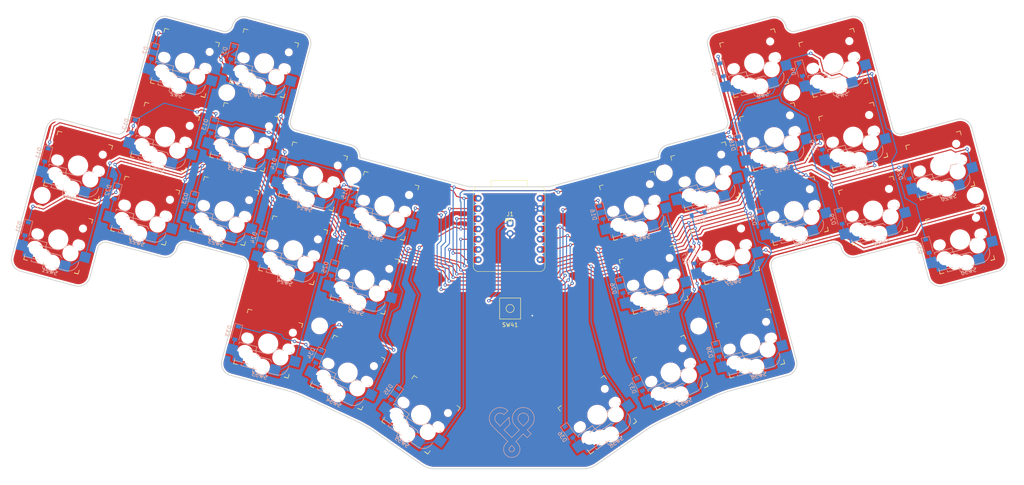
<source format=kicad_pcb>
(kicad_pcb (version 20211014) (generator pcbnew)
  (layers (0 "F.Cu" signal) (31 "B.Cu" signal) (34 "B.Paste" user) (35 "F.Paste" user) (36 "B.SilkS" user "B.Silkscreen") (37 "F.SilkS" user "F.Silkscreen") (38 "B.Mask" user) (39 "F.Mask" user) (44 "Edge.Cuts" user))
  (net 0 "")
  (net 1 "GND")
  (net 2 "+5V")
  (net 3 "row0")
  (net 4 "Net-(D2-Pad2)")
  (net 5 "Net-(D3-Pad2)")
  (net 6 "Net-(D8-Pad2)")
  (net 7 "Net-(D9-Pad2)")
  (net 8 "Net-(D11-Pad2)")
  (net 9 "row1")
  (net 10 "Net-(D12-Pad2)")
  (net 11 "Net-(D13-Pad2)")
  (net 12 "Net-(D14-Pad2)")
  (net 13 "Net-(D15-Pad2)")
  (net 14 "Net-(D16-Pad2)")
  (net 15 "Net-(D17-Pad2)")
  (net 16 "Net-(D18-Pad2)")
  (net 17 "Net-(D19-Pad2)")
  (net 18 "Net-(D20-Pad2)")
  (net 19 "Net-(D21-Pad2)")
  (net 20 "row2")
  (net 21 "Net-(D22-Pad2)")
  (net 22 "Net-(D23-Pad2)")
  (net 23 "Net-(D24-Pad2)")
  (net 24 "Net-(D25-Pad2)")
  (net 25 "Net-(D26-Pad2)")
  (net 26 "Net-(D27-Pad2)")
  (net 27 "Net-(D28-Pad2)")
  (net 28 "Net-(D29-Pad2)")
  (net 29 "Net-(D30-Pad2)")
  (net 30 "row3")
  (net 31 "Net-(D33-Pad2)")
  (net 32 "Net-(D34-Pad2)")
  (net 33 "Net-(D35-Pad2)")
  (net 34 "Net-(D36-Pad2)")
  (net 35 "Net-(D37-Pad2)")
  (net 36 "Net-(D38-Pad2)")
  (net 37 "3V3")
  (net 38 "RESET")
  (net 39 "col0")
  (net 40 "col1")
  (net 41 "col2")
  (net 42 "col3")
  (net 43 "col4")
  (net 44 "col5")
  (net 45 "row4")
  (footprint "random-keyboard-parts:SKQG-1155865" (layer "F.Cu") (at 149.147311 98.60274)
    (fp_text reference "SW41")
    (fp_text value "SW_Push")
  )
  (footprint "fingerpunch:Kailh_socket_MX-ChocV1" (layer "F.Cu") (at 58.629754 74.300164 -15)
    (fp_text reference "SW22")
    (fp_text value "SW_Push")
  )
  (footprint "fingerpunch:Kailh_socket_MX-ChocV1" (layer "F.Cu") (at 89.123278 107.3175 -15)
    (fp_text reference "SW33")
    (fp_text value "SW_Push")
  )
  (footprint "fingerpunch:Kailh_socket_MX-ChocV1" (layer "F.Cu") (at 78.276431 74.388092 -15)
    (fp_text reference "SW23")
    (fp_text value "SW_Push")
  )
  (footprint "fingerpunch:Kailh_socket_MX-ChocV1" (layer "F.Cu") (at 127.043354 124.999929 -35)
    (fp_text reference "SW35")
    (fp_text value "SW_Push")
  )
  (footprint "fingerpunch:Kailh_socket_MX-ChocV1" (layer "F.Cu") (at 113.04048 91.46766 -15)
    (fp_text reference "SW25")
    (fp_text value "SW_Push")
  )
  (footprint "fingerpunch:Kailh_socket_MX-ChocV1" (layer "F.Cu") (at 37.041926 81.456671 -15)
    (fp_text reference "SW21")
    (fp_text value "SW_Push")
  )
  (footprint "fingerpunch:Kailh_socket_MX-ChocV1" (layer "F.Cu") (at 100.252497 65.782694 -15)
    (fp_text reference "SW14")
    (fp_text value "SW_Push")
  )
  (footprint "fingerpunch:Kailh_socket_MX-ChocV1" (layer "F.Cu") (at 108.85682 114.499928 -25)
    (fp_text reference "SW34")
    (fp_text value "SW_Push")
  )
  (footprint "fingerpunch:Kailh_socket_MX-ChocV1" (layer "F.Cu") (at 95.334933 84.13528 -15)
    (fp_text reference "SW24")
    (fp_text value "SW_Push")
  )
  (footprint "fingerpunch:Kailh_socket_MX-ChocV1" (layer "F.Cu") (at 63.547314 55.947569 -15)
    (fp_text reference "SW12")
    (fp_text value "SW_Push")
  )
  (footprint "fingerpunch:Kailh_socket_MX-ChocV1" (layer "F.Cu") (at 88.111561 37.682907 -15)
    (fp_text reference "SW3")
    (fp_text value "SW_Push")
  )
  (footprint "fingerpunch:Kailh_socket_MX-ChocV1" (layer "F.Cu") (at 117.95804 73.11507 -15)
    (fp_text reference "SW15")
    (fp_text value "SW_Push")
  )
  (footprint "fingerpunch:Kailh_socket_MX-ChocV1" (layer "F.Cu") (at 83.193996 56.035496 -15)
    (fp_text reference "SW13")
    (fp_text value "SW_Push")
  )
  (footprint "fingerpunch:Kailh_socket_MX-ChocV1" (layer "F.Cu") (at 68.464876 37.594987 -15)
    (fp_text reference "SW2")
    (fp_text value "SW_Push")
  )
  (footprint "fingerpunch:Kailh_socket_MX-ChocV1" (layer "F.Cu") (at 41.959489 63.104078 -15)
    (fp_text reference "SW11")
    (fp_text value "SW_Push")
  )
  (footprint "fingerpunch:Kailh_socket_MX-ChocV1" (layer "F.Cu") (at 170.778052 125.002198 35)
    (fp_text reference "SW36")
    (fp_text value "SW_Push")
  )
  (footprint "fingerpunch:Kailh_socket_MX-ChocV1" (layer "F.Cu") (at 239.191652 74.302438 15)
    (fp_text reference "SW29")
    (fp_text value "SW_Push")
  )
  (footprint "fingerpunch:Kailh_socket_MX-ChocV1" (layer "F.Cu") (at 188.964587 114.502198 25)
    (fp_text reference "SW37")
    (fp_text value "SW_Push")
  )
  (footprint "fingerpunch:Kailh_socket_MX-ChocV1" (layer "F.Cu") (at 208.698126 107.319778 15)
    (fp_text reference "SW38")
    (fp_text value "SW_Push")
  )
  (footprint "fingerpunch:Kailh_socket_MX-ChocV1" (layer "F.Cu") (at 260.779483 81.45895 15)
    (fp_text reference "SW30")
    (fp_text value "SW_Push")
  )
  (footprint "fingerpunch:Kailh_socket_MX-ChocV1" (layer "F.Cu") (at 184.780928 91.469937 15)
    (fp_text reference "SW26")
    (fp_text value "SW_Push")
  )
  (footprint "fingerpunch:Kailh_socket_MX-ChocV1" (layer "F.Cu") (at 202.486473 84.137559 15)
    (fp_text reference "SW27")
    (fp_text value "SW_Push")
  )
  (footprint "fingerpunch:Kailh_socket_MX-ChocV1" (layer "F.Cu") (at 219.544967 74.390366 15)
    (fp_text reference "SW28")
    (fp_text value "SW_Push")
  )
  (footprint "fingerpunch:Kailh_socket_MX-ChocV1" (layer "F.Cu") (at 255.861912 63.106356 15)
    (fp_text reference "SW20")
    (fp_text value "SW_Push")
  )
  (footprint "fingerpunch:Kailh_socket_MX-ChocV1" (layer "F.Cu") (at 229.356529 37.597256 15)
    (fp_text reference "SW9")
    (fp_text value "SW_Push")
  )
  (footprint "fingerpunch:Kailh_socket_MX-ChocV1" (layer "F.Cu") (at 209.70984 37.685191 15)
    (fp_text reference "SW8")
    (fp_text value "SW_Push")
  )
  (footprint "fingerpunch:Kailh_socket_MX-ChocV1" (layer "F.Cu") (at 179.86337 73.117351 15)
    (fp_text reference "SW16")
    (fp_text value "SW_Push")
  )
  (footprint "fingerpunch:Kailh_socket_MX-ChocV1" (layer "F.Cu") (at 234.274087 55.949851 15)
    (fp_text reference "SW19")
    (fp_text value "SW_Push")
  )
  (footprint "fingerpunch:Kailh_socket_MX-ChocV1" (layer "F.Cu") (at 197.568905 65.784974 15)
    (fp_text reference "SW17")
    (fp_text value "SW_Push")
  )
  (footprint "fingerpunch:Kailh_socket_MX-ChocV1" (layer "F.Cu") (at 214.627404 56.03778 15)
    (fp_text reference "SW18")
    (fp_text value "SW_Push")
  )
  (footprint "MountingHole:MountingHole_3.2mm_M3" (layer "F.Cu") (at 78.847312 45.002739)
    (fp_text reference "")
    (fp_text value "")
  )
  (footprint "MountingHole:MountingHole_3.2mm_M3" (layer "F.Cu") (at 187.405575 64.917826)
    (fp_text reference "")
    (fp_text value "")
  )
  (footprint "MountingHole:MountingHole_3.2mm_M3" (layer "F.Cu") (at 110.145571 65.527825)
    (fp_text reference "")
    (fp_text value "")
  )
  (footprint "fingerpunch:Connector_THT_1x2_2.54" (layer "F.Cu") (at 149.147312 81.242741)
    (fp_text reference "J1")
    (fp_text value "Conn_01x02_Female")
  )
  (footprint "MountingHole:MountingHole_3.2mm_M3" (layer "F.Cu") (at 195.925568 102.977826)
    (fp_text reference "")
    (fp_text value "")
  )
  (footprint "MountingHole:MountingHole_3.2mm_M3" (layer "F.Cu") (at 33.04731 70.502739)
    (fp_text reference "")
    (fp_text value "")
  )
  (footprint "MountingHole:MountingHole_3.2mm_M3" (layer "F.Cu") (at 264.547314 70.50274)
    (fp_text reference "")
    (fp_text value "")
  )
  (footprint "MountingHole:MountingHole_3.2mm_M3" (layer "F.Cu") (at 219.04731 45.002742)
    (fp_text reference "")
    (fp_text value "")
  )
  (footprint "MountingHole:MountingHole_3.2mm_M3" (layer "F.Cu") (at 101.88557 102.927824)
    (fp_text reference "")
    (fp_text value "")
  )
  (footprint "fingerpunch:fingerpunch-logo" (layer "F.Cu") (at 149.559184 129.383678)
    (fp_text reference "H1")
    (fp_text value "MountingHole")
  )
  (footprint "fingerpunch:XIAO-RP2040" (layer "F.Cu") (at 140.027314 89.410742)
    (fp_text reference "M1")
    (fp_text value "XIAO-RP2040")
  )
  (footprint "Diode_SMD:D_SOD-123" (layer "B.Cu") (at 80.27208 35.064694 -105)
    (fp_text reference "D3")
    (fp_text value "1N4148W")
  )
  (footprint "Diode_SMD:D_SOD-123" (layer "B.Cu") (at 60.6254 34.976758 -105)
    (fp_text reference "D2")
    (fp_text value "1N4148W")
  )
  (footprint "Diode_SMD:D_SOD-123" (layer "B.Cu") (at 55.707833 53.329345 -105)
    (fp_text reference "D12")
    (fp_text value "1N4148W")
  )
  (footprint "Diode_SMD:D_SOD-123" (layer "B.Cu") (at 92.413013 63.164473 -105)
    (fp_text reference "D14")
    (fp_text value "1N4148W")
  )
  (footprint "Diode_SMD:D_SOD-123" (layer "B.Cu") (at 75.354522 53.417283 -105)
    (fp_text reference "D13")
    (fp_text value "1N4148W")
  )
  (footprint "Diode_SMD:D_SOD-123" (layer "B.Cu") (at 110.118558 70.496853 -105)
    (fp_text reference "D15")
    (fp_text value "1N4148W")
  )
  (footprint "Diode_SMD:D_SOD-123" (layer "B.Cu") (at 51.364981 69.764867 -105)
    (fp_text reference "D22")
    (fp_text value "1N4148W")
  )
  (footprint "Diode_SMD:D_SOD-123" (layer "B.Cu") (at 105.201004 88.849441 -105)
    (fp_text reference "D25")
    (fp_text value "1N4148W")
  )
  (footprint "Diode_SMD:D_SOD-123" (layer "B.Cu") (at 87.495455 81.517064 -105)
    (fp_text reference "D24")
    (fp_text value "1N4148W")
  )
  (footprint "Diode_SMD:D_SOD-123" (layer "B.Cu") (at 70.436961 71.769879 -105)
    (fp_text reference "D23")
    (fp_text value "1N4148W")
  )
  (footprint "Diode_SMD:D_SOD-123" (layer "B.Cu") (at 29.202445 78.83845 -105)
    (fp_text reference "D21")
    (fp_text value "1N4148W")
  )
  (footprint "Diode_SMD:D_SOD-123" (layer "B.Cu") (at 34.120011 60.48586 -105)
    (fp_text reference "D11")
    (fp_text value "1N4148W")
  )
  (footprint "Diode_SMD:D_SOD-123" (layer "B.Cu") (at 81.2838 104.699287 -105)
    (fp_text reference "D33")
    (fp_text value "1N4148W")
  )
  (footprint "Diode_SMD:D_SOD-123" (layer "B.Cu") (at 101.591093 110.56017 -115)
    (fp_text reference "D34")
    (fp_text value "1N4148W")
  )
  (footprint "Diode_SMD:D_SOD-123" (layer "B.Cu") (at 120.572136 119.858339 -125)
    (fp_text reference "D35")
    (fp_text value "1N4148W")
  )
  (footprint "Diode_SMD:D_SOD-123" (layer "B.Cu") (at 221.258231 39.249553 -75)
    (fp_text reference "D9")
    (fp_text value "1N4148W")
  )
  (footprint "Diode_SMD:D_SOD-123" (layer "B.Cu") (at 201.611549 39.337487 -75)
    (fp_text reference "D8")
    (fp_text value "1N4148W")
  )
  (footprint "Diode_SMD:D_SOD-123" (layer "B.Cu") (at 226.164588 57.560319 -75)
    (fp_text reference "D19")
    (fp_text value "1N4148W")
  )
  (footprint "Diode_SMD:D_SOD-123" (layer "B.Cu") (at 195.816381 75.113112 15)
    (fp_text reference "D17")
    (fp_text value "1N4148W")
  )
  (footprint "Diode_SMD:D_SOD-123" (layer "B.Cu") (at 176.682631 93.122231 -75)
    (fp_text reference "D26")
    (fp_text value "1N4148W")
  )
  (footprint "Diode_SMD:D_SOD-123" (layer "B.Cu") (at 171.765071 74.769638 -75)
    (fp_text reference "D16")
    (fp_text value "1N4148W")
  )
  (footprint "Diode_SMD:D_SOD-123" (layer "B.Cu") (at 206.211803 57.539832 -75)
    (fp_text reference "D18")
    (fp_text value "1N4148W")
  )
  (footprint "Diode_SMD:D_SOD-123" (layer "B.Cu") (at 211.446672 76.042663 -75)
    (fp_text reference "D28")
    (fp_text value "1N4148W")
  )
  (footprint "Diode_SMD:D_SOD-123" (layer "B.Cu") (at 194.388175 85.789855 -75)
    (fp_text reference "D27")
    (fp_text value "1N4148W")
  )
  (footprint "Diode_SMD:D_SOD-123" (layer "B.Cu") (at 247.76362 64.758654 -75)
    (fp_text reference "D20")
    (fp_text value "1N4148W")
  )
  (footprint "Diode_SMD:D_SOD-123" (layer "B.Cu") (at 163.733261 129.324636 -55)
    (fp_text reference "D36")
    (fp_text value "1N4148W")
  )
  (footprint "Diode_SMD:D_SOD-123" (layer "B.Cu") (at 200.599832 108.972079 -75)
    (fp_text reference "D38")
    (fp_text value "1N4148W")
  )
  (footprint "Diode_SMD:D_SOD-123" (layer "B.Cu") (at 231.093358 75.954731 -75)
    (fp_text reference "D29")
    (fp_text value "1N4148W")
  )
  (footprint "Diode_SMD:D_SOD-123" (layer "B.Cu") (at 252.681183 83.111239 -75)
    (fp_text reference "D30")
    (fp_text value "1N4148W")
  )
  (footprint "Diode_SMD:D_SOD-123" (layer "B.Cu") (at 181.276232 117.53565 -65)
    (fp_text reference "D37")
    (fp_text value "1N4148W")
  )
  (gr_arc (start 228.925218 82.26844) (mid 230.404935 82.463211) (end 231.31346 83.6473) (layer "Edge.Cuts") (width 0.2))
  (gr_arc (start 198.208243 33.507186) (mid 198.507917 31.230706) (end 200.329559 29.832947) (layer "Edge.Cuts") (width 0.2))
  (gr_arc (start 109.63297 57.9304) (mid 111.336053 59.11858) (end 111.883701 61.12167) (layer "Edge.Cuts") (width 0.2))
  (gr_arc (start 235.000633 85.816915) (mid 232.70244 85.50468) (end 231.31346 83.6473) (layer "Edge.Cuts") (width 0.2))
  (gr_line (start 252.914188 90.852091) (end 250.960113 83.559373) (layer "Edge.Cuts") (width 0.2))
  (gr_arc (start 80.233649 28.363883) (mid 81.622633 26.506493) (end 83.920824 26.194262) (layer "Edge.Cuts") (width 0.2))
  (gr_line (start 182.28275 129.19761) (end 170.773683 137.256342) (layer "Edge.Cuts") (width 0.2))
  (gr_line (start 111.883701 61.12167) (end 138.929624 68.3686) (layer "Edge.Cuts") (width 0.2))
  (gr_line (start 64.274177 26.106347) (end 77.845406 29.742744) (layer "Edge.Cuts") (width 0.2))
  (gr_line (start 60.599941 28.227665) (end 53.72831 53.872927) (layer "Edge.Cuts") (width 0.2))
  (gr_arc (start 93.314454 118.831913) (mid 95.823199 119.622925) (end 98.25346 120.629571) (layer "Edge.Cuts") (width 0.2))
  (gr_arc (start 34.094604 53.73671) (mid 35.49238 51.91509) (end 37.768838 51.615388) (layer "Edge.Cuts") (width 0.2))
  (gr_arc (start 248.571863 82.180516) (mid 250.051575 82.375309) (end 250.960113 83.559373) (layer "Edge.Cuts") (width 0.2))
  (gr_arc (start 82.467629 85.902567) (mid 83.651628 86.811129) (end 83.846485 88.290814) (layer "Edge.Cuts") (width 0.2))
  (gr_arc (start 129.819895 138.401363) (mid 128.371008 137.97971) (end 127.047939 137.254074) (layer "Edge.Cuts") (width 0.2))
  (gr_line (start 127.047939 137.254074) (end 115.538878 129.195336) (layer "Edge.Cuts") (width 0.2))
  (gr_arc (start 53.72831 53.872927) (mid 52.819759 55.056976) (end 51.340066 55.251791) (layer "Edge.Cuts") (width 0.2))
  (gr_line (start 219.976214 29.745014) (end 233.547448 26.108613) (layer "Edge.Cuts") (width 0.2))
  (gr_arc (start 97.492054 29.830667) (mid 99.313683 31.228446) (end 99.613373 33.5049) (layer "Edge.Cuts") (width 0.2))
  (gr_arc (start 27.661968 89.334734) (mid 25.840351 87.936957) (end 25.540647 85.660503) (layer "Edge.Cuts") (width 0.2))
  (gr_line (start 248.571863 82.180516) (end 235.000633 85.816915) (layer "Edge.Cuts") (width 0.2))
  (gr_arc (start 213.900795 26.196548) (mid 216.198946 26.508813) (end 217.587968 28.366154) (layer "Edge.Cuts") (width 0.2))
  (gr_line (start 34.094604 53.73671) (end 25.540647 85.660503) (layer "Edge.Cuts") (width 0.2))
  (gr_line (start 99.613373 33.5049) (end 94.682879 51.905746) (layer "Edge.Cuts") (width 0.2))
  (gr_arc (start 66.49522 83.693321) (mid 65.097444 85.514941) (end 62.820987 85.814643) (layer "Edge.Cuts") (width 0.2))
  (gr_line (start 200.329559 29.832947) (end 213.900795 26.196548) (layer "Edge.Cuts") (width 0.2))
  (gr_line (start 199.56816 120.631846) (end 186.834564 126.569617) (layer "Edge.Cuts") (width 0.2))
  (gr_line (start 83.846485 88.290814) (end 77.621904 111.521279) (layer "Edge.Cuts") (width 0.2))
  (gr_line (start 129.819895 138.401363) (end 168.000791 138.401366) (layer "Edge.Cuts") (width 0.2))
  (gr_arc (start 233.547448 26.108613) (mid 235.82389 26.408326) (end 237.221679 28.229934) (layer "Edge.Cuts") (width 0.2))
  (gr_line (start 218.078397 115.197793) (end 204.507165 118.834196) (layer "Edge.Cuts") (width 0.2))
  (gr_line (start 41.233199 92.971133) (end 27.661968 89.334734) (layer "Edge.Cuts") (width 0.2))
  (gr_line (start 110.987059 126.567345) (end 98.25346 120.629571) (layer "Edge.Cuts") (width 0.2))
  (gr_line (start 198.208243 33.507186) (end 203.138739 51.908031) (layer "Edge.Cuts") (width 0.2))
  (gr_line (start 263.727017 53.738988) (end 272.280976 85.662775) (layer "Edge.Cuts") (width 0.2))
  (gr_line (start 246.48155 55.254067) (end 260.052777 51.617666) (layer "Edge.Cuts") (width 0.2))
  (gr_arc (start 79.743227 115.195515) (mid 77.921576 113.797738) (end 77.621904 111.521279) (layer "Edge.Cuts") (width 0.2))
  (gr_arc (start 260.052777 51.617666) (mid 262.329254 51.917342) (end 263.727017 53.738988) (layer "Edge.Cuts") (width 0.2))
  (gr_arc (start 96.061741 54.294) (mid 94.877681 53.385437) (end 94.682879 51.905746) (layer "Edge.Cuts") (width 0.2))
  (gr_arc (start 44.907431 90.849813) (mid 43.509648 92.671419) (end 41.233199 92.971133) (layer "Edge.Cuts") (width 0.2))
  (gr_line (start 270.159657 89.337011) (end 256.588427 92.973414) (layer "Edge.Cuts") (width 0.2))
  (gr_line (start 237.221679 28.229934) (end 244.093311 53.875206) (layer "Edge.Cuts") (width 0.2))
  (gr_line (start 82.467629 85.902567) (end 68.896398 82.266166) (layer "Edge.Cuts") (width 0.2))
  (gr_line (start 220.199714 111.523562) (end 213.975138 88.293093) (layer "Edge.Cuts") (width 0.2))
  (gr_line (start 83.920824 26.194262) (end 97.492054 29.830667) (layer "Edge.Cuts") (width 0.2))
  (gr_arc (start 272.280976 85.662775) (mid 271.981299 87.939262) (end 270.159657 89.337011) (layer "Edge.Cuts") (width 0.2))
  (gr_arc (start 110.987059 126.567345) (mid 113.320342 127.781967) (end 115.538878 129.195336) (layer "Edge.Cuts") (width 0.2))
  (gr_arc (start 220.199714 111.523562) (mid 219.899993 113.800002) (end 218.078397 115.197793) (layer "Edge.Cuts") (width 0.2))
  (gr_line (start 96.061741 54.294) (end 109.63297 57.9304) (layer "Edge.Cuts") (width 0.2))
  (gr_arc (start 46.861507 83.557104) (mid 47.770056 82.373027) (end 49.249757 82.178241) (layer "Edge.Cuts") (width 0.2))
  (gr_arc (start 66.49522 83.693321) (mid 67.394923 82.473474) (end 68.896398 82.266166) (layer "Edge.Cuts") (width 0.2))
  (gr_line (start 185.937962 61.123937) (end 158.892041 68.37087) (layer "Edge.Cuts") (width 0.2))
  (gr_arc (start 213.975138 88.293093) (mid 214.169984 86.813433) (end 215.353986 85.904842) (layer "Edge.Cuts") (width 0.2))
  (gr_arc (start 246.48155 55.254067) (mid 245.001866 55.059245) (end 244.093311 53.875206) (layer "Edge.Cuts") (width 0.2))
  (gr_arc (start 219.976214 29.745014) (mid 218.489827 29.561815) (end 217.587968 28.366154) (layer "Edge.Cuts") (width 0.2))
  (gr_arc (start 256.588427 92.973414) (mid 254.311924 92.673757) (end 252.914188 90.852091) (layer "Edge.Cuts") (width 0.2))
  (gr_arc (start 199.56816 120.631846) (mid 201.998421 119.625205) (end 204.507165 118.834196) (layer "Edge.Cuts") (width 0.2))
  (gr_arc (start 185.937962 61.123937) (mid 186.485595 59.120872) (end 188.188649 57.932683) (layer "Edge.Cuts") (width 0.2))
  (gr_line (start 188.188649 57.932683) (end 201.759882 54.29628) (layer "Edge.Cuts") (width 0.2))
  (gr_line (start 138.929624 68.3686) (end 158.892041 68.37087) (layer "Edge.Cuts") (width 0.2))
  (gr_line (start 62.820987 85.814643) (end 49.249757 82.178241) (layer "Edge.Cuts") (width 0.2))
  (gr_arc (start 80.233649 28.363883) (mid 79.325097 29.547933) (end 77.845406 29.742744) (layer "Edge.Cuts") (width 0.2))
  (gr_arc (start 203.138739 51.908031) (mid 202.943959 53.387739) (end 201.759882 54.29628) (layer "Edge.Cuts") (width 0.2))
  (gr_line (start 44.907431 90.849813) (end 46.861507 83.557104) (layer "Edge.Cuts") (width 0.2))
  (gr_line (start 93.314454 118.831913) (end 79.743227 115.195515) (layer "Edge.Cuts") (width 0.2))
  (gr_arc (start 170.773683 137.256342) (mid 169.450257 137.981472) (end 168.000791 138.401366) (layer "Edge.Cuts") (width 0.2))
  (gr_arc (start 182.28275 129.19761) (mid 184.501291 127.784253) (end 186.834564 126.569617) (layer "Edge.Cuts") (width 0.2))
  (gr_line (start 37.768838 51.615388) (end 51.340066 55.251791) (layer "Edge.Cuts") (width 0.2))
  (gr_arc (start 60.599941 28.227665) (mid 61.997719 26.406045) (end 64.274177 26.106347) (layer "Edge.Cuts") (width 0.2))
  (gr_line (start 228.925218 82.26844) (end 215.353986 85.904842) (layer "Edge.Cuts") (width 0.2))
  (segment (start 154.590122 100.45274) (end 154.659184 100.383678) (width 0.381) (layer "F.Cu") (net 1))
  (segment (start 152.247311 100.45274) (end 154.590122 100.45274) (width 0.381) (layer "F.Cu") (net 1))
  (via (at 154.659184 100.383678) (size 0.8) (drill 0.4) (layers "F.Cu" "B.Cu") (net 1))
  (segment (start 149.147312 84.671806) (end 149.147312 79.972741) (width 0.381) (layer "B.Cu") (net 1))
  (segment (start 152.859184 75.283678) (end 154.36312 73.779742) (width 0.381) (layer "B.Cu") (net 1))
  (segment (start 150.770121 79.972741) (end 152.859184 77.883678) (width 0.381) (layer "B.Cu") (net 1))
  (segment (start 149.147312 79.972741) (end 150.770121 79.972741) (width 0.381) (layer "B.Cu") (net 1))
  (segment (start 154.36312 73.779742) (end 156.534814 73.779742) (width 0.381) (layer "B.Cu") (net 1))
  (segment (start 154.659184 90.183678) (end 149.147312 84.671806) (width 0.381) (layer "B.Cu") (net 1))
  (segment (start 152.859184 77.883678) (end 152.859184 75.283678) (width 0.381) (layer "B.Cu") (net 1))
  (segment (start 154.659184 100.383678) (end 154.659184 90.183678) (width 0.381) (layer "B.Cu") (net 1))
  (segment (start 77.452244 36.87643) (end 75.684476 33.814567) (width 0.254) (layer "F.Cu") (net 3))
  (segment (start 135.877657 70.75565) (end 135.097577 69.404508) (width 0.254) (layer "F.Cu") (net 3))
  (segment (start 159.935956 88.048413) (end 137.853972 88.048411) (width 0.254) (layer "F.Cu") (net 3))
  (segment (start 123.917223 83.697854) (end 123.884754 83.7166) (width 0.254) (layer "F.Cu") (net 3))
  (segment (start 141.299812 71.239743) (end 137.684313 71.23974) (width 0.254) (layer "F.Cu") (net 3))
  (segment (start 196.267276 83.386317) (end 196.008458 82.420391) (width 0.254) (layer "F.Cu") (net 3))
  (segment (start 137.853972 88.048411) (end 137.813252 88.007694) (width 0.254) (layer "F.Cu") (net 3))
  (segment (start 106.767596 102.628707) (end 120.253277 108.917184) (width 0.254) (layer "F.Cu") (net 3))
  (segment (start 137.820611 87.980236) (end 137.510896 87.443795) (width 0.254) (layer "F.Cu") (net 3))
  (segment (start 137.510896 87.443795) (end 137.440185 87.321317) (width 0.254) (layer "F.Cu") (net 3))
  (segment (start 193.51887 79.095727) (end 193.12591 79.776357) (width 0.254) (layer "F.Cu") (net 3))
  (segment (start 61.953751 30.13543) (end 61.91253 30.159232) (width 0.254) (layer "F.Cu") (net 3))
  (segment (start 191.711696 82.225844) (end 190.455993 82.562309) (width 0.254) (layer "F.Cu") (net 3))
  (segment (start 95.681961 106.776412) (end 98.483145 107.526989) (width 0.254) (layer "F.Cu") (net 3))
  (segment (start 88.668497 46.404056) (end 81.907014 44.592323) (width 0.254) (layer "F.Cu") (net 3))
  (segment (start 166.73533 85.605359) (end 165.189849 86.019467) (width 0.254) (layer "F.Cu") (net 3))
  (segment (start 165.189849 86.019467) (end 160.36022 87.313563) (width 0.254) (layer "F.Cu") (net 3))
  (segment (start 195.913724 83.99869) (end 196.267276 83.386317) (width 0.254) (layer "F.Cu") (net 3))
  (segment (start 108.995413 59.408153) (end 93.830377 55.344693) (width 0.254) (layer "F.Cu") (net 3))
  (segment (start 120.253277 108.917184) (end 120.266878 108.912232) (width 0.254) (layer "F.Cu") (net 3))
  (segment (start 160.36022 87.313563) (end 159.935956 88.048413) (width 0.254) (layer "F.Cu") (net 3))
  (segment (start 135.097577 69.404508) (end 111.046022 62.959914) (width 0.254) (layer "F.Cu") (net 3))
  (segment (start 137.813252 88.007694) (end 137.820611 87.980236) (width 0.254) (layer "F.Cu") (net 3))
  (segment (start 190.455993 82.562309) (end 170.654513 87.868101) (width 0.254) (layer "F.Cu") (net 3))
  (segment (start 193.12591 79.776357) (end 191.711696 82.225844) (width 0.254) (layer "F.Cu") (net 3))
  (segment (start 195.064353 78.68162) (end 193.51887 79.095727) (width 0.254) (layer "F.Cu") (net 3))
  (segment (start 81.907014 44.592323) (end 77.452244 36.87643) (width 0.254) (layer "F.Cu") (net 3))
  (segment (start 93.830377 55.344693) (end 88.668497 46.404056) (width 0.254) (layer "F.Cu") (net 3))
  (segment (start 137.440185 87.321317) (end 123.917223 83.697854) (width 0.254) (layer "F.Cu") (net 3))
  (segment (start 75.684476 33.814567) (end 61.953751 30.13543) (width 0.254) (layer "F.Cu") (net 3))
  (segment (start 194.145956 87.060549) (end 195.913724 83.99869) (width 0.254) (layer "F.Cu") (net 3))
  (segment (start 170.654513 87.868101) (end 169.797193 87.373125) (width 0.254) (layer "F.Cu") (net 3))
  (segment (start 169.797193 87.373125) (end 166.73533 85.605359) (width 0.254) (layer "F.Cu") (net 3))
  (segment (start 137.684313 71.23974) (end 135.877657 70.75565) (width 0.254) (layer "F.Cu") (net 3))
  (segment (start 111.046022 62.959914) (end 108.995413 59.408153) (width 0.254) (layer "F.Cu") (net 3))
  (segment (start 195.569463 92.373145) (end 194.145956 87.060549) (width 0.254) (layer "F.Cu") (net 3))
  (via (at 95.681961 106.776412) (size 0.8) (drill 0.4) (layers "F.Cu" "B.Cu") (net 3))
  (via (at 106.767596 102.628707) (size 0.8) (drill 0.4) (layers "F.Cu" "B.Cu") (net 3))
  (via (at 98.483145 107.526989) (size 0.8) (drill 0.4) (layers "F.Cu" "B.Cu") (net 3))
  (via (at 137.684313 71.23974) (size 0.8) (drill 0.4) (layers "F.Cu" "B.Cu") (net 3))
  (via (at 77.452244 36.87643) (size 0.8) (drill 0.4) (layers "F.Cu" "B.Cu") (net 3))
  (via (at 120.266878 108.912232) (size 0.8) (drill 0.4) (layers "F.Cu" "B.Cu") (net 3))
  (via (at 196.008458 82.420391) (size 0.8) (drill 0.4) (layers "F.Cu" "B.Cu") (net 3))
  (via (at 61.91253 30.159232) (size 0.8) (drill 0.4) (layers "F.Cu" "B.Cu") (net 3))
  (via (at 137.813252 88.007694) (size 0.8) (drill 0.4) (layers "F.Cu" "B.Cu") (net 3))
  (via (at 195.064353 78.68162) (size 0.8) (drill 0.4) (layers "F.Cu" "B.Cu") (net 3))
  (via (at 123.884754 83.7166) (size 0.8) (drill 0.4) (layers "F.Cu" "B.Cu") (net 3))
  (via (at 195.569463 92.373145) (size 0.8) (drill 0.4) (layers "F.Cu" "B.Cu") (net 3))
  (segment (start 121.510206 92.680964) (end 122.288025 94.028182) (width 0.254) (layer "B.Cu") (net 3))
  (segment (start 121.982517 96.327458) (end 121.438998 98.355903) (width 0.254) (layer "B.Cu") (net 3))
  (segment (start 98.483145 107.526989) (end 98.837051 108.139973) (width 0.254) (layer "B.Cu") (net 3))
  (segment (start 120.459203 98.921588) (end 119.724355 99.345852) (width 0.254) (layer "B.Cu") (net 3))
  (segment (start 196.047866 82.352134) (end 195.064353 78.68162) (width 0.254) (layer "B.Cu") (net 3))
  (segment (start 200.172779 107.378303) (end 196.69879 94.413205) (width 0.254) (layer "B.Cu") (net 3))
  (segment (start 86.99928 104.522541) (end 87.94254 103.977946) (width 0.254) (layer "B.Cu") (net 3))
  (segment (start 196.254403 94.156639) (end 196.009454 94.015216) (width 0.254) (layer "B.Cu") (net 3))
  (segment (start 61.052452 33.382981) (end 61.915073 30.163635) (width 0.254) (layer "B.Cu") (net 3))
  (segment (start 137.813251 71.36868) (end 137.684313 71.23974) (width 0.254) (layer "B.Cu") (net 3))
  (segment (start 118.171442 105.141407) (end 118.145559 105.237999) (width 0.254) (layer "B.Cu") (net 3))
  (segment (start 91.735533 104.890749) (end 92.411682 105.071923) (width 0.254) (layer "B.Cu") (net 3))
  (segment (start 122.500157 94.395607) (end 121.982517 96.327458) (width 0.254) (layer "B.Cu") (net 3))
  (segment (start 119.724355 99.345852) (end 118.171442 105.141407) (width 0.254) (layer "B.Cu") (net 3))
  (segment (start 77.685183 36.007097) (end 77.452244 36.87643) (width 0.254) (layer "B.Cu") (net 3))
  (segment (start 98.837051 108.139973) (end 102.288413 109.064761) (width 0.254) (layer "B.Cu") (net 3))
  (segment (start 122.288025 94.028182) (end 122.500157 94.395607) (width 0.254) (layer "B.Cu") (net 3))
  (segment (start 195.064353 78.68162) (end 194.222601 75.540162) (width 0.254) (layer "B.Cu") (net 3))
  (segment (start 61.915073 30.163635) (end 61.91253 30.159232) (width 0.254) (layer "B.Cu") (net 3))
  (segment (start 92.977369 106.051718) (end 95.681961 106.776412) (width 0.254) (layer "B.Cu") (net 3))
  (segment (start 81.710852 103.105512) (end 86.99928 104.522541) (width 0.254) (layer "B.Cu") (net 3))
  (segment (start 118.145559 105.237999) (end 120.266878 108.912232) (width 0.254) (layer "B.Cu") (net 3))
  (segment (start 196.69879 94.413205) (end 196.254403 94.156639) (width 0.254) (layer "B.Cu") (net 3))
  (segment (start 80.699132 33.470917) (end 80.446787 34.412681) (width 0.254) (layer "B.Cu") (net 3))
  (segment (start 121.438998 98.355903) (end 120.459203 98.921588) (width 0.254) (layer "B.Cu") (net 3))
  (segment (start 104.987468 103.276621) (end 106.767596 102.628707) (width 0.254) (layer "B.Cu") (net 3))
  (segment (start 80.446787 34.412681) (end 77.685183 36.007097) (width 0.254) (layer "B.Cu") (net 3))
  (segment (start 196.009454 94.015216) (end 195.569463 92.373145) (width 0.254) (layer "B.Cu") (net 3))
  (segment (start 87.94254 103.977946) (end 88.065018 103.907238) (width 0.254) (layer "B.Cu") (net 3))
  (segment (start 196.008458 82.420391) (end 196.047866 82.352134) (width 0.254) (layer "B.Cu") (net 3))
  (segment (start 92.906658 105.929245) (end 92.977369 106.051718) (width 0.254) (layer "B.Cu") (net 3))
  (segment (start 88.065018 103.907238) (end 91.735533 104.890749) (width 0.254) (layer "B.Cu") (net 3))
  (segment (start 102.288414 109.064762) (end 104.987468 103.276621) (width 0.254) (layer "B.Cu") (net 3))
  (segment (start 92.411682 105.071923) (end 92.906658 105.929245) (width 0.254) (layer "B.Cu") (net 3))
  (segment (start 123.884754 83.7166) (end 123.903499 83.749069) (width 0.254) (layer "B.Cu") (net 3))
  (segment (start 121.6655 92.101407) (end 121.510206 92.680964) (width 0.254) (layer "B.Cu") (net 3))
  (segment (start 137.813252 88.007694) (end 137.813251 71.36868) (width 0.254) (layer "B.Cu") (net 3))
  (segment (start 123.903499 83.749069) (end 121.6655 92.101407) (width 0.254) (layer "B.Cu") (net 3))
  (segment (start 59.207117 40.173269) (end 59.306227 40.344929) (width 0.254) (layer "B.Cu") (net 4))
  (segment (start 60.167728 36.588212) (end 60.198348 36.570536) (width 0.254) (layer "B.Cu") (net 4))
  (segment (start 61.004041 40.799858) (end 61.053701 40.885873) (width 0.254) (layer "B.Cu") (net 4))
  (segment (start 59.306227 40.344929) (end 61.004041 40.799858) (width 0.254) (layer "B.Cu") (net 4))
  (segment (start 59.501268 39.075483) (end 60.167728 36.588212) (width 0.254) (layer "B.Cu") (net 4))
  (segment (start 59.501268 39.075483) (end 59.207117 40.173269) (width 0.254) (layer "B.Cu") (net 4))
  (segment (start 79.147952 39.163402) (end 78.879682 40.164602) (width 0.254) (layer "B.Cu") (net 5))
  (segment (start 79.147952 39.163402) (end 79.81441 36.67615) (width 0.254) (layer "B.Cu") (net 5))
  (segment (start 79.049503 40.458744) (end 80.650734 40.887794) (width 0.254) (layer "B.Cu") (net 5))
  (segment (start 80.650734 40.887794) (end 80.700385 40.973787) (width 0.254) (layer "B.Cu") (net 5))
  (segment (start 79.81441 36.67615) (end 79.845031 36.658472) (width 0.254) (layer "B.Cu") (net 5))
  (segment (start 78.879682 40.164602) (end 79.049503 40.458744) (width 0.254) (layer "B.Cu") (net 5))
  (segment (start 203.280872 44.651197) (end 204.897584 44.218001) (width 0.254) (layer "B.Cu") (net 6))
  (segment (start 202.959796 44.465822) (end 203.280872 44.651197) (width 0.254) (layer "B.Cu") (net 6))
  (segment (start 202.038597 40.931266) (end 202.705057 43.418517) (width 0.254) (layer "B.Cu") (net 6))
  (segment (start 204.897584 44.218001) (end 204.937017 44.240766) (width 0.254) (layer "B.Cu") (net 6))
  (segment (start 202.687374 43.449142) (end 202.959796 44.465822) (width 0.254) (layer "B.Cu") (net 6))
  (segment (start 202.705057 43.418517) (end 202.687374 43.449142) (width 0.254) (layer "B.Cu") (net 6))
  (segment (start 222.334064 43.361204) (end 222.632366 44.474486) (width 0.254) (layer "B.Cu") (net 7))
  (segment (start 222.351741 43.330589) (end 222.334064 43.361204) (width 0.254) (layer "B.Cu") (net 7))
  (segment (start 222.632366 44.474486) (end 222.830965 44.589145) (width 0.254) (layer "B.Cu") (net 7))
  (segment (start 221.685282 40.843331) (end 222.351741 43.330589) (width 0.254) (layer "B.Cu") (net 7))
  (segment (start 222.830965 44.589145) (end 224.544275 44.130068) (width 0.254) (layer "B.Cu") (net 7))
  (segment (start 224.544275 44.130068) (end 224.583707 44.152832) (width 0.254) (layer "B.Cu") (net 7))
  (segment (start 33.66234 62.097314) (end 33.692958 62.079636) (width 0.254) (layer "B.Cu") (net 8))
  (segment (start 34.498665 66.308964) (end 34.548318 66.394962) (width 0.254) (layer "B.Cu") (net 8))
  (segment (start 32.995881 64.584572) (end 32.701729 65.68237) (width 0.254) (layer "B.Cu") (net 8))
  (segment (start 32.701729 65.68237) (end 32.800837 65.854032) (width 0.254) (layer "B.Cu") (net 8))
  (segment (start 32.800837 65.854032) (end 34.498665 66.308964) (width 0.254) (layer "B.Cu") (net 8))
  (segment (start 32.995881 64.584572) (end 33.66234 62.097314) (width 0.254) (layer "B.Cu") (net 8))
  (segment (start 76.160868 50.196053) (end 72.490353 49.212541) (width 0.254) (layer "F.Cu") (net 9))
  (segment (start 109.992164 82.347779) (end 109.624741 82.55991) (width 0.254) (layer "F.Cu") (net 9))
  (segment (start 161.925829 91.762575) (end 134.025828 91.762575) (width 0.254) (layer "F.Cu") (net 9))
  (segment (start 121.71776 86.110809) (end 121.293495 85.375963) (width 0.254) (layer "F.Cu") (net 9))
  (segment (start 132.194589 89.125123) (end 124.950145 87.183979) (width 0.254) (layer "F.Cu") (net 9))
  (segment (start 90.654834 55.218502) (end 89.302536 54.856156) (width 0.254) (layer "F.Cu") (net 9))
  (segment (start 122.000601 86.600708) (end 121.71776 86.110809) (width 0.254) (layer "F.Cu") (net 9))
  (segment (start 132.559555 89.222916) (end 132.194589 89.125123) (width 0.254) (layer "F.Cu") (net 9))
  (segment (start 106.604489 81.854166) (end 105.649894 80.20076) (width 0.254) (layer "F.Cu") (net 9))
  (segment (start 162.098959 91.591712) (end 162.096689 91.591712) (width 0.254) (layer "F.Cu") (net 9))
  (segment (start 141.299813 73.779743) (end 134.208658 73.779742) (width 0.254) (layer "F.Cu") (net 9))
  (segment (start 109.624741 82.55991) (end 109.502265 82.630623) (width 0.254) (layer "F.Cu") (net 9))
  (segment (start 134.025828 91.762575) (end 132.559555 89.222916) (width 0.254) (layer "F.Cu") (net 9))
  (segment (start 55.220088 54.937751) (end 53.382971 55.998409) (width 0.254) (layer "F.Cu") (net 9))
  (segment (start 48.951724 55.535753) (end 37.457206 52.455808) (width 0.254) (layer "F.Cu") (net 9))
  (segment (start 120.713939 85.220671) (end 109.992164 82.347779) (width 0.254) (layer "F.Cu") (net 9))
  (segment (start 121.293495 85.375963) (end 120.713939 85.220671) (width 0.254) (layer "F.Cu") (net 9))
  (segment (start 134.208658 73.779742) (end 134.125828 73.862573) (width 0.254) (layer "F.Cu") (net 9))
  (segment (start 170.957867 71.745162) (end 162.264534 74.074537) (width 0.254) (layer "F.Cu") (net 9))
  (segment (start 53.382971 55.998409) (end 52.525648 56.493385) (width 0.254) (layer "F.Cu") (net 9))
  (segment (start 162.791191 90.392732) (end 162.098959 91.591712) (width 0.254) (layer "F.Cu") (net 9))
  (segment (start 35.987512 53.304336) (end 34.926355 57.264631) (width 0.254) (layer "F.Cu") (net 9))
  (segment (start 162.819539 90.385134) (end 162.791191 90.392732) (width 0.254) (layer "F.Cu") (net 9))
  (segment (start 109.502265 82.630623) (end 107.087451 81.983575) (width 0.254) (layer "F.Cu") (net 9))
  (segment (start 107.087451 81.983575) (end 106.604489 81.854166) (width 0.254) (layer "F.Cu") (net 9))
  (segment (start 93.27113 59.750058) (end 90.654834 55.218502) (width 0.254) (layer "F.Cu") (net 9))
  (segment (start 72.490353 49.212541) (end 71.510555 49.778225) (width 0.254) (layer "F.Cu") (net 9))
  (segment (start 37.457206 52.455808) (end 35.987512 53.304336) (width 0.254) (layer "F.Cu") (net 9))
  (segment (start 162.096689 91.591712) (end 161.925829 91.762575) (width 0.254) (layer "F.Cu") (net 9))
  (segment (start 55.660082 53.295675) (end 55.220088 54.937751) (width 0.254) (layer "F.Cu") (net 9))
  (segment (start 52.525648 56.493385) (end 48.951724 55.535753) (width 0.254) (layer "F.Cu") (net 9))
  (segment (start 124.705196 87.325399) (end 122.000601 86.600708) (width 0.254) (layer "F.Cu") (net 9))
  (segment (start 124.950145 87.183979) (end 124.705196 87.325399) (width 0.254) (layer "F.Cu") (net 9))
  (via (at 170.957867 71.745162) (size 0.8) (drill 0.4) (layers "F.Cu" "B.Cu") (net 9))
  (via (at 134.125828 73.862573) (size 0.8) (drill 0.4) (layers "F.Cu" "B.Cu") (net 9))
  (via (at 76.160868 50.196053) (size 0.8) (drill 0.4) (layers "F.Cu" "B.Cu") (net 9))
  (via (at 105.649894 80.20076) (size 0.8) (drill 0.4) (layers "F.Cu" "B.Cu") (net 9))
  (via (at 55.660082 53.295675) (size 0.8) (drill 0.4) (layers "F.Cu" "B.Cu") (net 9))
  (via (at 162.264534 74.074537) (size 0.8) (drill 0.4) (layers "F.Cu" "B.Cu") (net 9))
  (via (at 89.302536 54.856156) (size 0.8) (drill 0.4) (layers "F.Cu" "B.Cu") (net 9))
  (via (at 34.926355 57.264631) (size 0.8) (drill 0.4) (layers "F.Cu" "B.Cu") (net 9))
  (via (at 71.510555 49.778225) (size 0.8) (drill 0.4) (layers "F.Cu" "B.Cu") (net 9))
  (via (at 162.819539 90.385134) (size 0.8) (drill 0.4) (layers "F.Cu" "B.Cu") (net 9))
  (via (at 134.025828 91.762575) (size 0.8) (drill 0.4) (layers "F.Cu" "B.Cu") (net 9))
  (via (at 93.27113 59.750058) (size 0.8) (drill 0.4) (layers "F.Cu" "B.Cu") (net 9))
  (segment (start 133.925828 82.662575) (end 134.125827 82.462574) (width 0.254) (layer "B.Cu") (net 9))
  (segment (start 134.025827 88.262574) (end 133.325828 87.562574) (width 0.254) (layer "B.Cu") (net 9))
  (segment (start 171.338021 73.17586) (end 170.955681 71.748949) (width 0.254) (layer "B.Cu") (net 9))
  (segment (start 56.134882 51.735567) (end 55.727245 53.2569) (width 0.254) (layer "B.Cu") (net 9))
  (segment (start 162.264534 89.83013) (end 162.819539 90.385134) (width 0.254) (layer "B.Cu") (net 9))
  (segment (start 80.297265 53.033482) (end 75.781573 51.823504) (width 0.254) (layer "B.Cu") (net 9))
  (segment (start 108.394056 72.084445) (end 107.169311 72.791551) (width 0.254) (layer "B.Cu") (net 9))
  (segment (start 134.025828 91.762575) (end 134.025827 88.262574) (width 0.254) (layer "B.Cu") (net 9))
  (segment (start 170.955681 71.748949) (end 170.957867 71.745162) (width 0.254) (layer "B.Cu") (net 9))
  (segment (start 106.711052 76.240462) (end 105.649894 80.20076) (width 0.254) (layer "B.Cu") (net 9))
  (segment (start 133.325828 87.562574) (end 133.025828 87.262574) (width 0.254) (layer "B.Cu") (net 9))
  (segment (start 133.025828 87.262574) (end 133.025827 83.862573) (width 0.254) (layer "B.Cu") (net 9))
  (segment (start 133.025826 83.562575) (end 133.925828 82.662575) (width 0.254) (layer "B.Cu") (net 9))
  (segment (start 92.840066 61.570695) (end 96.776207 62.625381) (width 0.254) (layer "B.Cu") (net 9))
  (segment (start 134.125827 82.462574) (end 134.125829 82.162575) (width 0.254) (layer "B.Cu") (net 9))
  (segment (start 97.59699 62.151502) (end 106.985317 64.667095) (width 0.254) (layer "B.Cu") (net 9))
  (segment (start 134.125829 82.162575) (end 134.125828 73.862573) (width 0.254) (layer "B.Cu") (net 9))
  (segment (start 109.226967 68.549747) (end 110.545611 68.903076) (width 0.254) (layer "B.Cu") (net 9))
  (segment (start 89.302536 54.856156) (end 80.995576 52.630313) (width 0.254) (layer "B.Cu") (net 9))
  (segment (start 34.50828 58.82491) (end 34.547062 58.892083) (width 0.254) (layer "B.Cu") (net 9))
  (segment (start 107.169311 72.791551) (end 106.392854 75.689328) (width 0.254) (layer "B.Cu") (net 9))
  (segment (start 106.392854 75.689328) (end 106.711052 76.240462) (width 0.254) (layer "B.Cu") (net 9))
  (segment (start 96.776207 62.625381) (end 97.59699 62.151502) (width 0.254) (layer "B.Cu") (net 9))
  (segment (start 108.756404 70.732148) (end 108.394056 72.084445) (width 0.254) (layer "B.Cu") (net 9))
  (segment (start 106.985317 64.667095) (end 109.226967 68.549747) (width 0.254) (layer "B.Cu") (net 9))
  (segment (start 93.309906 59.817224) (end 92.840066 61.570695) (width 0.254) (layer "B.Cu") (net 9))
  (segment (start 75.781573 51.823504) (end 76.199648 50.263221) (width 0.254) (layer "B.Cu") (net 9))
  (segment (start 133.025827 83.862573) (end 133.025826 83.562575) (width 0.254) (layer "B.Cu") (net 9))
  (segment (start 76.199648 50.263221) (end 76.160868 50.196053) (width 0.254) (layer "B.Cu") (net 9))
  (segment (start 34.926355 57.264631) (end 34.50828 58.82491) (width 0.254) (layer "B.Cu") (net 9))
  (segment (start 93.27113 59.750058) (end 93.309906 59.817224) (width 0.254) (layer "B.Cu") (net 9))
  (segment (start 110.545611 68.903076) (end 110.293265 69.844841) (width 0.254) (layer "B.Cu") (net 9))
  (segment (start 63.324336 47.584734) (end 56.134882 51.735567) (width 0.254) (layer "B.Cu") (net 9))
  (segment (start 162.264534 74.074537) (end 162.264534 89.83013) (width 0.254) (layer "B.Cu") (net 9))
  (segment (start 110.293265 69.844841) (end 108.756404 70.732148) (width 0.254) (layer "B.Cu") (net 9))
  (segment (start 55.727245 53.2569) (end 55.660082 53.295675) (width 0.254) (layer "B.Cu") (net 9))
  (segment (start 71.510555 49.778225) (end 63.324336 47.584734) (width 0.254) (layer "B.Cu") (net 9))
  (segment (start 80.995576 52.630313) (end 80.297265 53.033482) (width 0.254) (layer "B.Cu") (net 9))
  (segment (start 54.315437 58.429264) (end 54.485257 58.723399) (width 0.254) (layer "B.Cu") (net 10))
  (segment (start 54.485257 58.723399) (end 56.086486 59.152449) (width 0.254) (layer "B.Cu") (net 10))
  (segment (start 54.583707 57.428064) (end 55.250167 54.940799) (width 0.254) (layer "B.Cu") (net 10))
  (segment (start 54.583707 57.428064) (end 54.315437 58.429264) (width 0.254) (layer "B.Cu") (net 10))
  (segment (start 56.086486 59.152449) (end 56.136139 59.238452) (width 0.254) (layer "B.Cu") (net 10))
  (segment (start 55.250167 54.940799) (end 55.280781 54.923122) (width 0.254) (layer "B.Cu") (net 10))
  (segment (start 75.733174 59.240383) (end 75.782823 59.326377) (width 0.254) (layer "B.Cu") (net 11))
  (segment (start 74.230388 57.515991) (end 73.936237 58.613785) (width 0.254) (layer "B.Cu") (net 11))
  (segment (start 74.230388 57.515991) (end 74.896847 55.028742) (width 0.254) (layer "B.Cu") (net 11))
  (segment (start 74.896847 55.028742) (end 74.927472 55.01106) (width 0.254) (layer "B.Cu") (net 11))
  (segment (start 73.936237 58.613785) (end 74.035349 58.785452) (width 0.254) (layer "B.Cu") (net 11))
  (segment (start 74.035349 58.785452) (end 75.733174 59.240383) (width 0.254) (layer "B.Cu") (net 11))
  (segment (start 91.288889 67.26319) (end 91.95535 64.775922) (width 0.254) (layer "B.Cu") (net 12))
  (segment (start 91.0465 68.167799) (end 91.28703 68.584408) (width 0.254) (layer "B.Cu") (net 12))
  (segment (start 91.95535 64.775922) (end 91.985962 64.758251) (width 0.254) (layer "B.Cu") (net 12))
  (segment (start 92.79167 68.987574) (end 92.841324 69.073577) (width 0.254) (layer "B.Cu") (net 12))
  (segment (start 91.28703 68.584408) (end 92.79167 68.987574) (width 0.254) (layer "B.Cu") (net 12))
  (segment (start 91.288889 67.26319) (end 91.0465 68.167799) (width 0.254) (layer "B.Cu") (net 12))
  (segment (start 108.994434 74.595564) (end 108.72616 75.596767) (width 0.254) (layer "B.Cu") (net 13))
  (segment (start 108.72616 75.596767) (end 108.895982 75.890904) (width 0.254) (layer "B.Cu") (net 13))
  (segment (start 108.994434 74.595564) (end 109.660892 72.108305) (width 0.254) (layer "B.Cu") (net 13))
  (segment (start 108.895982 75.890904) (end 110.497214 76.319951) (width 0.254) (layer "B.Cu") (net 13))
  (segment (start 109.660892 72.108305) (end 109.691508 72.090631) (width 0.254) (layer "B.Cu") (net 13))
  (segment (start 110.497214 76.319951) (end 110.546869 76.405952) (width 0.254) (layer "B.Cu") (net 13))
  (segment (start 174.928639 79.579446) (end 175.090548 79.672924) (width 0.254) (layer "B.Cu") (net 14))
  (segment (start 172.858583 78.850677) (end 172.840904 78.881296) (width 0.254) (layer "B.Cu") (net 14))
  (segment (start 172.192122 76.363417) (end 172.858583 78.850677) (width 0.254) (layer "B.Cu") (net 14))
  (segment (start 173.505107 79.960879) (end 174.928639 79.579446) (width 0.254) (layer "B.Cu") (net 14))
  (segment (start 173.061563 79.704801) (end 173.505107 79.960879) (width 0.254) (layer "B.Cu") (net 14))
  (segment (start 172.840904 78.881296) (end 173.061563 79.704801) (width 0.254) (layer "B.Cu") (net 14))
  (segment (start 194.651947 73.880493) (end 193.686021 74.139312) (width 0.254) (layer "B.Cu") (net 15))
  (segment (start 197.410157 74.686057) (end 196.479261 74.935493) (width 0.254) (layer "B.Cu") (net 15))
  (segment (start 190.84474 72.6622) (end 191.043348 72.776859) (width 0.254) (layer "B.Cu") (net 15))
  (segment (start 192.911281 72.407066) (end 192.796084 72.340549) (width 0.254) (layer "B.Cu") (net 15))
  (segment (start 193.318598 73.927179) (end 192.911281 72.407066) (width 0.254) (layer "B.Cu") (net 15))
  (segment (start 190.546441 71.548925) (end 190.84474 72.6622) (width 0.254) (layer "B.Cu") (net 15))
  (segment (start 193.686021 74.139312) (end 193.318598 73.927179) (width 0.254) (layer "B.Cu") (net 15))
  (segment (start 192.756648 72.317784) (end 192.796081 72.34055) (width 0.254) (layer "B.Cu") (net 15))
  (segment (start 191.043348 72.776859) (end 192.756648 72.317784) (width 0.254) (layer "B.Cu") (net 15))
  (segment (start 196.479261 74.935493) (end 194.651947 73.880493) (width 0.254) (layer "B.Cu") (net 15))
  (segment (start 208.101839 63.02967) (end 209.81515 62.570589) (width 0.254) (layer "B.Cu") (net 16))
  (segment (start 207.604939 61.801732) (end 207.903241 62.915007) (width 0.254) (layer "B.Cu") (net 16))
  (segment (start 209.81515 62.570589) (end 209.854577 62.593354) (width 0.254) (layer "B.Cu") (net 16))
  (segment (start 206.638854 59.13361) (end 207.307808 61.630181) (width 0.254) (layer "B.Cu") (net 16))
  (segment (start 207.903241 62.915007) (end 208.101839 63.02967) (width 0.254) (layer "B.Cu") (net 16))
  (segment (start 207.307808 61.630181) (end 207.604939 61.801732) (width 0.254) (layer "B.Cu") (net 16))
  (segment (start 227.549926 62.827075) (end 227.748526 62.941737) (width 0.254) (layer "B.Cu") (net 17))
  (segment (start 227.251624 61.713797) (end 227.549926 62.827075) (width 0.254) (layer "B.Cu") (net 17))
  (segment (start 226.591639 59.154097) (end 227.269305 61.683182) (width 0.254) (layer "B.Cu") (net 17))
  (segment (start 227.269305 61.683182) (end 227.251624 61.713797) (width 0.254) (layer "B.Cu") (net 17))
  (segment (start 229.461833 62.482657) (end 229.501268 62.505425) (width 0.254) (layer "B.Cu") (net 17))
  (segment (start 227.748526 62.941737) (end 229.461833 62.482657) (width 0.254) (layer "B.Cu") (net 17))
  (segment (start 249.432947 70.072364) (end 251.049664 69.63917) (width 0.254) (layer "B.Cu") (net 18))
  (segment (start 248.190672 66.352433) (end 248.85713 68.839685) (width 0.254) (layer "B.Cu") (net 18))
  (segment (start 248.839445 68.870309) (end 249.111867 69.88699) (width 0.254) (layer "B.Cu") (net 18))
  (segment (start 249.111867 69.88699) (end 249.432947 70.072364) (width 0.254) (layer "B.Cu") (net 18))
  (segment (start 251.049664 69.63917) (end 251.089088 69.66193) (width 0.254) (layer "B.Cu") (net 18))
  (segment (start 248.85713 68.839685) (end 248.839445 68.870309) (width 0.254) (layer "B.Cu") (net 18))
  (segment (start 28.078318 82.937165) (end 28.744777 80.449899) (width 0.254) (layer "B.Cu") (net 19))
  (segment (start 29.510388 84.539079) (end 29.630751 84.747553) (width 0.254) (layer "B.Cu") (net 19))
  (segment (start 27.909153 84.110027) (end 29.510388 84.539079) (width 0.254) (layer "B.Cu") (net 19))
  (segment (start 28.078318 82.937165) (end 27.810046 83.938368) (width 0.254) (layer "B.Cu") (net 19))
  (segment (start 28.744777 80.449899) (end 28.775392 80.432226) (width 0.254) (layer "B.Cu") (net 19))
  (segment (start 27.810046 83.938368) (end 27.909153 84.110027) (width 0.254) (layer "B.Cu") (net 19))
  (segment (start 169.735273 89.460267) (end 166.428464 87.551083) (width 0.254) (layer "F.Cu") (net 20))
  (segment (start 90.200655 71.402406) (end 87.124741 66.074765) (width 0.254) (layer "F.Cu") (net 20))
  (segment (start 170.347645 89.813825) (end 169.735273 89.460267) (width 0.254) (layer "F.Cu") (net 20))
  (segment (start 160.922383 90.016825) (end 135.922383 90.016824) (width 0.254) (layer "F.Cu") (net 20))
  (segment (start 141.287764 76.307694) (end 141.299812 76.319743) (width 0.254) (layer "F.Cu") (net 20))
  (segment (start 38.871783 70.745121) (end 34.830126 73.078574) (width 0.254) (layer "F.Cu") (net 20))
  (segment (start 135.913253 76.307692) (end 141.287764 76.307694) (width 0.254) (layer "F.Cu") (net 20))
  (segment (start 134.859632 88.182778) (end 134.250774 88.019633) (width 0.254) (layer "F.Cu") (net 20))
  (segment (start 107.251536 79.439349) (end 105.413058 76.255015) (width 0.254) (layer "F.Cu") (net 20))
  (segment (start 46.212823 72.712145) (end 43.991191 72.11686) (width 0.254) (layer "F.Cu") (net 20))
  (segment (start 66.415535 65.702131) (end 52.602798 62.00102) (width 0.254) (layer "F.Cu") (net 20))
  (segment (start 73.891556 62.528944) (end 72.789285 63.165341) (width 0.254) (layer "F.Cu") (net 20))
  (segment (start 122.190569 83.95989) (end 114.656347 81.941102) (width 0.254) (layer "F.Cu") (net 20))
  (segment (start 107.569733 79.990485) (end 107.251536 79.439349) (width 0.254) (layer "F.Cu") (net 20))
  (segment (start 109.266109 80.807376) (end 108.589962 80.626202) (width 0.254) (layer "F.Cu") (net 20))
  (segment (start 114.656347 81.941102) (end 109.633533 80.595243) (width 0.254) (layer "F.Cu") (net 20))
  (segment (start 123.380638 85.314046) (end 122.897676 85.184637) (width 0.254) (layer "F.Cu") (net 20))
  (segment (start 122.33199 84.20484) (end 122.190569 83.95989) (width 0.254) (layer "F.Cu") (net 20))
  (segment (start 52.602798 62.00102) (end 51.133102 62.849548) (width 0.254) (layer "F.Cu") (net 20))
  (segment (start 166.428464 87.551083) (end 163.820463 88.249892) (width 0.254) (layer "F.Cu") (net 20))
  (segment (start 51.356748 69.742297) (end 46.212823 72.712145) (width 0.254) (layer "F.Cu") (net 20))
  (segment (start 67.767834 66.064478) (end 66.415535 65.702131) (width 0.254) (layer "F.Cu") (net 20))
  (segment (start 97.492465 74.132698) (end 90.730984 72.320964) (width 0.254) (layer "F.Cu") (net 20))
  (segment (start 135.913252 90.007696) (end 134.859632 88.182778) (width 0.254) (layer "F.Cu") (net 20))
  (segment (start 109.388584 80.736664) (end 109.266109 80.807376) (width 0.254) (layer "F.Cu") (net 20))
  (segment (start 124.591514 85.431441) (end 124.469039 85.502155) (width 0.254) (layer "F.Cu") (net 20))
  (segment (start 90.730984 72.320964) (end 90.377434 71.708592) (width 0.254) (layer "F.Cu") (net 20))
  (segment (start 107.817221 80.419149) (end 107.569733 79.990485) (width 0.254) (layer "F.Cu") (net 20))
  (segment (start 161.598836 88.845177) (end 161.103861 89.702497) (width 0.254) (layer "F.Cu") (net 20))
  (segment (start 72.789285 63.165341) (end 67.767834 66.064478) (width 0.254) (layer "F.Cu") (net 20))
  (segment (start 175.370462 88.467962) (end 170.347645 89.813825) (width 0.254) (layer "F.Cu") (net 20))
  (segment (start 84.709925 65.427718) (end 73.891556 62.528944) (width 0.254) (layer "F.Cu") (net 20))
  (segment (start 105.413058 76.255015) (end 97.492465 74.132698) (width 0.254) (layer "F.Cu") (net 20))
  (segment (start 163.820463 88.249892) (end 161.598836 88.845177) (width 0.254) (layer "F.Cu") (net 20))
  (segment (start 124.469039 85.502155) (end 124.346566 85.572863) (width 0.254) (layer "F.Cu") (net 20))
  (segment (start 90.377434 71.708592) (end 90.200655 71.402406) (width 0.254) (layer "F.Cu") (net 20))
  (segment (start 134.250774 88.019633) (end 124.591514 85.431441) (width 0.254) (layer "F.Cu") (net 20))
  (segment (start 33.360433 73.927099) (end 30.752434 73.228289) (width 0.254) (layer "F.Cu") (net 20))
  (segment (start 109.633533 80.595243) (end 109.388584 80.736664) (width 0.254) (layer "F.Cu") (net 20))
  (segment (start 43.991191 72.11686) (end 38.871783 70.745121) (width 0.254) (layer "F.Cu") (net 20))
  (segment (start 122.897676 85.184637) (end 122.33199 84.20484) (width 0.254) (layer "F.Cu") (net 20))
  (segment (start 87.124741 66.074765) (end 84.709925 65.427718) (width 0.254) (layer "F.Cu") (net 20))
  (segment (start 34.830126 73.078574) (end 33.360433 73.927099) (width 0.254) (layer "F.Cu") (net 20))
  (segment (start 135.922383 90.016824) (end 135.913252 90.007696) (width 0.254) (layer "F.Cu") (net 20))
  (segment (start 108.589962 80.626202) (end 107.817221 80.419149) (width 0.254) (layer "F.Cu") (net 20))
  (segment (start 161.103861 89.702497) (end 160.922383 90.016825) (width 0.254) (layer "F.Cu") (net 20))
  (segment (start 124.346566 85.572863) (end 123.380638 85.314046) (width 0.254) (layer "F.Cu") (net 20))
  (via (at 51.133102 62.849548) (size 0.8) (drill 0.4) (layers "F.Cu" "B.Cu") (net 20))
  (via (at 30.752434 73.228289) (size 0.8) (drill 0.4) (layers "F.Cu" "B.Cu") (net 20))
  (via (at 72.789285 63.165341) (size 0.8) (drill 0.4) (layers "F.Cu" "B.Cu") (net 20))
  (via (at 107.569733 79.990485) (size 0.8) (drill 0.4) (layers "F.Cu" "B.Cu") (net 20))
  (via (at 135.913253 76.307692) (size 0.8) (drill 0.4) (layers "F.Cu" "B.Cu") (net 20))
  (via (at 90.200655 71.402406) (size 0.8) (drill 0.4) (layers "F.Cu" "B.Cu") (net 20))
  (via (at 51.356748 69.742297) (size 0.8) (drill 0.4) (layers "F.Cu" "B.Cu") (net 20))
  (via (at 175.370462 88.467962) (size 0.8) (drill 0.4) (layers "F.Cu" "B.Cu") (net 20))
  (via (at 135.913252 90.007696) (size 0.8) (drill 0.4) (layers "F.Cu" "B.Cu") (net 20))
  (segment (start 135.913252 90.007696) (end 135.913253 76.307692) (width 0.254) (layer "B.Cu") (net 20))
  (segment (start 30.752434 73.228289) (end 30.697123 73.260222) (width 0.254) (layer "B.Cu") (net 20))
  (segment (start 30.697123 73.260222) (end 29.629494 77.244671) (width 0.254) (layer "B.Cu") (net 20))
  (segment (start 51.792029 68.17109) (end 51.373641 69.732543) (width 0.254) (layer "B.Cu") (net 20))
  (segment (start 175.447432 88.5124) (end 175.370462 88.467962) (width 0.254) (layer "B.Cu") (net 20))
  (segment (start 176.255581 91.528449) (end 175.447432 88.5124) (width 0.254) (layer "B.Cu") (net 20))
  (segment (start 70.864014 70.176102) (end 72.733986 63.197271) (width 0.254) (layer "B.Cu") (net 20))
  (segment (start 105.628054 87.255663) (end 107.573162 79.996424) (width 0.254) (layer "B.Cu") (net 20))
  (segment (start 51.373641 69.732543) (end 51.356748 69.742297) (width 0.254) (layer "B.Cu") (net 20))
  (segment (start 87.922507 79.923287) (end 90.204081 71.408338) (width 0.254) (layer "B.Cu") (net 20))
  (segment (start 107.573162 79.996424) (end 107.569733 79.990485) (width 0.254) (layer "B.Cu") (net 20))
  (segment (start 51.133102 62.849548) (end 52.557069 65.315927) (width 0.254) (layer "B.Cu") (net 20))
  (segment (start 90.204081 71.408338) (end 90.200655 71.402406) (width 0.254) (layer "B.Cu") (net 20))
  (segment (start 52.557069 65.315927) (end 51.792029 68.17109) (width 0.254) (layer "B.Cu") (net 20))
  (segment (start 72.733986 63.197271) (end 72.789285 63.165341) (width 0.254) (layer "B.Cu") (net 20))
  (segment (start 49.666146 75.780659) (end 50.835117 71.418004) (width 0.254) (layer "B.Cu") (net 21))
  (segment (start 51.168925 77.505041) (end 51.218579 77.591046) (width 0.254) (layer "B.Cu") (net 21))
  (segment (start 49.666146 75.780659) (end 49.397876 76.781856) (width 0.254) (layer "B.Cu") (net 21))
  (segment (start 50.835117 71.418004) (end 50.937928 71.358645) (width 0.254) (layer "B.Cu") (net 21))
  (segment (start 49.567695 77.075992) (end 51.168925 77.505041) (width 0.254) (layer "B.Cu") (net 21))
  (segment (start 49.397876 76.781856) (end 49.567695 77.075992) (width 0.254) (layer "B.Cu") (net 21))
  (segment (start 69.096317 76.676592) (end 69.407564 77.215688) (width 0.254) (layer "B.Cu") (net 22))
  (segment (start 70.815605 77.59297) (end 70.865257 77.678973) (width 0.254) (layer "B.Cu") (net 22))
  (segment (start 69.979279 73.381343) (end 70.009909 73.363657) (width 0.254) (layer "B.Cu") (net 22))
  (segment (start 69.312825 75.868583) (end 69.096317 76.676592) (width 0.254) (layer "B.Cu") (net 22))
  (segment (start 69.312825 75.868583) (end 69.979279 73.381343) (width 0.254) (layer "B.Cu") (net 22))
  (segment (start 69.407564 77.215688) (end 70.815605 77.59297) (width 0.254) (layer "B.Cu") (net 22))
  (segment (start 86.369468 86.936998) (end 87.874108 87.340163) (width 0.254) (layer "B.Cu") (net 23))
  (segment (start 86.371326 85.615775) (end 87.037782 83.128522) (width 0.254) (layer "B.Cu") (net 23))
  (segment (start 86.371326 85.615775) (end 86.128936 86.520382) (width 0.254) (layer "B.Cu") (net 23))
  (segment (start 87.037782 83.128522) (end 87.068402 83.110843) (width 0.254) (layer "B.Cu") (net 23))
  (segment (start 86.128936 86.520382) (end 86.369468 86.936998) (width 0.254) (layer "B.Cu") (net 23))
  (segment (start 87.874108 87.340163) (end 87.923757 87.426164) (width 0.254) (layer "B.Cu") (net 23))
  (segment (start 104.107496 92.930472) (end 104.076872 92.948152) (width 0.254) (layer "B.Cu") (net 24))
  (segment (start 103.97842 94.243494) (end 105.579654 94.672545) (width 0.254) (layer "B.Cu") (net 24))
  (segment (start 104.773952 90.443218) (end 104.107496 92.930472) (width 0.254) (layer "B.Cu") (net 24))
  (segment (start 103.8086 93.949361) (end 103.97842 94.243494) (width 0.254) (layer "B.Cu") (net 24))
  (segment (start 104.076872 92.948152) (end 103.8086 93.949361) (width 0.254) (layer "B.Cu") (net 24))
  (segment (start 105.579654 94.672545) (end 105.629308 94.758542) (width 0.254) (layer "B.Cu") (net 24))
  (segment (start 179.968678 98.002745) (end 180.008104 98.025512) (width 0.254) (layer "B.Cu") (net 25))
  (segment (start 178.030885 98.250574) (end 178.351958 98.435945) (width 0.254) (layer "B.Cu") (net 25))
  (segment (start 177.758467 97.233884) (end 178.030885 98.250574) (width 0.254) (layer "B.Cu") (net 25))
  (segment (start 178.351958 98.435945) (end 179.968678 98.002745) (width 0.254) (layer "B.Cu") (net 25))
  (segment (start 177.77614 97.203268) (end 177.758467 97.233884) (width 0.254) (layer "B.Cu") (net 25))
  (segment (start 177.109682 94.716007) (end 177.77614 97.203268) (width 0.254) (layer "B.Cu") (net 25))
  (segment (start 195.481686 89.870895) (end 195.464009 89.901509) (width 0.254) (layer "B.Cu") (net 26))
  (segment (start 194.815224 87.383633) (end 195.481686 89.870895) (width 0.254) (layer "B.Cu") (net 26))
  (segment (start 196.057498 91.10357) (end 197.674222 90.67037) (width 0.254) (layer "B.Cu") (net 26))
  (segment (start 195.736431 90.9182) (end 196.057498 91.10357) (width 0.254) (layer "B.Cu") (net 26))
  (segment (start 197.674222 90.67037) (end 197.713653 90.693137) (width 0.254) (layer "B.Cu") (net 26))
  (segment (start 195.464009 89.901509) (end 195.736431 90.9182) (width 0.254) (layer "B.Cu") (net 26))
  (segment (start 212.540182 80.123694) (end 212.522502 80.154315) (width 0.254) (layer "B.Cu") (net 27))
  (segment (start 213.115998 81.356378) (end 214.732719 80.923177) (width 0.254) (layer "B.Cu") (net 27))
  (segment (start 212.794923 81.171008) (end 213.115998 81.356378) (width 0.254) (layer "B.Cu") (net 27))
  (segment (start 211.873723 77.636442) (end 212.540182 80.123694) (width 0.254) (layer "B.Cu") (net 27))
  (segment (start 212.522502 80.154315) (end 212.794923 81.171008) (width 0.254) (layer "B.Cu") (net 27))
  (segment (start 214.732719 80.923177) (end 214.772144 80.945942) (width 0.254) (layer "B.Cu") (net 27))
  (segment (start 231.520413 77.548508) (end 232.186866 80.035761) (width 0.254) (layer "B.Cu") (net 28))
  (segment (start 232.762682 81.268446) (end 234.379399 80.835249) (width 0.254) (layer "B.Cu") (net 28))
  (segment (start 232.186866 80.035761) (end 232.169184 80.066388) (width 0.254) (layer "B.Cu") (net 28))
  (segment (start 234.379399 80.835249) (end 234.41883 80.858013) (width 0.254) (layer "B.Cu") (net 28))
  (segment (start 232.441605 81.083073) (end 232.762682 81.268446) (width 0.254) (layer "B.Cu") (net 28))
  (segment (start 232.169184 80.066388) (end 232.441605 81.083073) (width 0.254) (layer "B.Cu") (net 28))
  (segment (start 254.253919 88.45084) (end 255.96723 87.991759) (width 0.254) (layer "B.Cu") (net 29))
  (segment (start 253.757017 87.222898) (end 254.05532 88.336176) (width 0.254) (layer "B.Cu") (net 29))
  (segment (start 253.774693 87.192284) (end 253.757017 87.222898) (width 0.254) (layer "B.Cu") (net 29))
  (segment (start 255.96723 87.991759) (end 256.006659 88.014525) (width 0.254) (layer "B.Cu") (net 29))
  (segment (start 253.108232 84.705015) (end 253.774693 87.192284) (width 0.254) (layer "B.Cu") (net 29))
  (segment (start 254.05532 88.336176) (end 254.253919 88.45084) (width 0.254) (layer "B.Cu") (net 29))
  (segment (start 136.955823 78.815723) (end 135.371396 78.391179) (width 0.254) (layer "F.Cu") (net 30))
  (segment (start 203.371524 55.807889) (end 188.979231 59.66429) (width 0.254) (layer "F.Cu") (net 30))
  (segment (start 127.299822 83.051303) (end 126.638161 83.433313) (width 0.254) (layer "F.Cu") (net 30))
  (segment (start 188.979231 59.66429) (end 187.211463 62.726154) (width 0.254) (layer "F.Cu") (net 30))
  (segment (start 228.997792 67.990435) (end 228.952294 67.964162) (width 0.254) (layer "F.Cu") (net 30))
  (segment (start 203.616472 55.94931) (end 203.371524 55.807889) (width 0.254) (layer "F.Cu") (net 30))
  (segment (start 135.371396 78.391179) (end 127.299822 83.051303) (width 0.254) (layer "F.Cu") (net 30))
  (segment (start 245.611718 63.538743) (end 228.997792 67.990435) (width 0.254) (layer "F.Cu") (net 30))
  (segment (start 141.299812 78.859741) (end 136.999839 78.859741) (width 0.254) (layer "F.Cu") (net 30))
  (segment (start 136.999839 78.859741) (end 136.955823 78.815723) (width 0.254) (layer "F.Cu") (net 30))
  (segment (start 187.211463 62.726154) (end 161.131467 69.714269) (width 0.254) (layer "F.Cu") (net 30))
  (via (at 136.955823 78.815723) (size 0.8) (drill 0.4) (layers "F.Cu" "B.Cu") (net 30))
  (via (at 161.131467 69.714269) (size 0.8) (drill 0.4) (layers "F.Cu" "B.Cu") (net 30))
  (via (at 203.616472 55.94931) (size 0.8) (drill 0.4) (layers "F.Cu" "B.Cu") (net 30))
  (via (at 245.611718 63.538743) (size 0.8) (drill 0.4) (layers "F.Cu" "B.Cu") (net 30))
  (via (at 126.638161 83.433313) (size 0.8) (drill 0.4) (layers "F.Cu" "B.Cu") (net 30))
  (via (at 228.952294 67.964162) (size 0.8) (drill 0.4) (layers "F.Cu" "B.Cu") (net 30))
  (segment (start 216.100443 45.357307) (end 216.524707 44.622461) (width 0.254) (layer "B.Cu") (net 30))
  (segment (start 136.755821 71.715725) (end 136.755823 71.915725) (width 0.254) (layer "B.Cu") (net 30))
  (segment (start 205.784751 55.946058) (end 204.839212 52.417253) (width 0.254) (layer "B.Cu") (net 30))
  (segment (start 220.948129 38.092243) (end 220.831175 37.655774) (width 0.254) (layer "B.Cu") (net 30))
  (segment (start 228.357008 65.742535) (end 225.095697 63.859615) (width 0.254) (layer "B.Cu") (net 30))
  (segment (start 223.905133 59.416356) (end 224.89508 57.701715) (width 0.254) (layer "B.Cu") (net 30))
  (segment (start 247.336568 63.164878) (end 245.716181 63.599061) (width 0.254) (layer "B.Cu") (net 30))
  (segment (start 219.843034 40.006324) (end 220.948129 38.092243) (width 0.254) (layer "B.Cu") (net 30))
  (segment (start 126.4567 95.139832) (end 124.438199 91.643683) (width 0.254) (layer "B.Cu") (net 30))
  (segment (start 247.557047 63.987715) (end 245.956977 66.759117) (width 0.254) (layer "B.Cu") (net 30))
  (segment (start 247.336568 63.164878) (end 247.557047 63.987715) (width 0.254) (layer "B.Cu") (net 30))
  (segment (start 223.031583 50.747049) (end 216.540435 46.999385) (width 0.254) (layer "B.Cu") (net 30))
  (segment (start 161.002688 69.748777) (end 159.943948 69.137513) (width 0.254) (layer "B.Cu") (net 30))
  (segment (start 204.839212 52.417253) (end 207.388164 48.002337) (width 0.254) (layer "B.Cu") (net 30))
  (segment (start 219.070292 40.213378) (end 219.843034 40.006324) (width 0.254) (layer "B.Cu") (net 30))
  (segment (start 159.943948 69.137513) (end 159.074615 69.37045) (width 0.254) (layer "B.Cu") (net 30))
  (segment (start 247.147543 71.202376) (end 249.918948 72.802449) (width 0.254) (layer "B.Cu") (net 30))
  (segment (start 245.956977 66.759117) (end 247.147543 71.202376) (width 0.254) (layer "B.Cu") (net 30))
  (segment (start 136.955821 72.115725) (end 136.955823 78.815723) (width 0.254) (layer "B.Cu") (net 30))
  (segment (start 161.131467 69.714269) (end 161.002688 69.748777) (width 0.254) (layer "B.Cu") (net 30))
  (segment (start 216.540435 46.999385) (end 216.100443 45.357307) (width 0.254) (layer "B.Cu") (net 30))
  (segment (start 225.095697 63.859615) (end 223.905133 59.416356) (width 0.254) (layer "B.Cu") (net 30))
  (segment (start 122.527332 117.066028) (end 122.527333 109.804434) (width 0.254) (layer "B.Cu") (net 30))
  (segment (start 230.666308 74.360953) (end 228.952294 67.964162) (width 0.254) (layer "B.Cu") (net 30))
  (segment (start 204.299938 56.343909) (end 203.616472 55.94931) (width 0.254) (layer "B.Cu") (net 30))
  (segment (start 215.888312 45.724732) (end 216.100443 45.357307) (width 0.254) (layer "B.Cu") (net 30))
  (segment (start 136.755822 70.015724) (end 136.755821 71.715725) (width 0.254) (layer "B.Cu") (net 30))
  (segment (start 249.918948 72.802449) (end 252.254129 81.517461) (width 0.254) (layer "B.Cu") (net 30))
  (segment (start 124.438199 91.643683) (end 126.638161 83.433313) (width 0.254) (layer "B.Cu") (net 30))
  (segment (start 122.527333 109.804434) (end 126.4567 95.139832) (width 0.254) (layer "B.Cu") (net 30))
  (segment (start 245.716181 63.599061) (end 245.611718 63.538743) (width 0.254) (layer "B.Cu") (net 30))
  (segment (start 224.89508 57.701715) (end 223.031583 50.747049) (width 0.254) (layer "B.Cu") (net 30))
  (segment (start 159.074615 69.37045) (end 137.401098 69.37045) (width 0.254) (layer "B.Cu") (net 30))
  (segment (start 228.952294 67.964162) (end 228.357008 65.742535) (width 0.254) (layer "B.Cu") (net 30))
  (segment (start 136.755823 71.915725) (end 136.955821 72.115725) (width 0.254) (layer "B.Cu") (net 30))
  (segment (start 121.518536 118.506738) (end 122.527332 117.066028) (width 0.254) (layer "B.Cu") (net 30))
  (segment (start 207.388164 48.002337) (end 215.888312 45.724732) (width 0.254) (layer "B.Cu") (net 30))
  (segment (start 137.055821 69.715726) (end 136.755822 70.015724) (width 0.254) (layer "B.Cu") (net 30))
  (segment (start 137.401098 69.37045) (end 137.055821 69.715726) (width 0.254) (layer "B.Cu") (net 30))
  (segment (start 205.784751 55.946058) (end 204.299938 56.343909) (width 0.254) (layer "B.Cu") (net 30))
  (segment (start 216.524707 44.622461) (end 219.070292 40.213378) (width 0.254) (layer "B.Cu") (net 30))
  (segment (start 80.157811 110.119219) (end 81.662454 110.522387) (width 0.254) (layer "B.Cu") (net 31))
  (segment (start 80.856748 106.293066) (end 80.190292 108.780315) (width 0.254) (layer "B.Cu") (net 31))
  (segment (start 79.917281 109.702606) (end 80.157811 110.119219) (width 0.254) (layer "B.Cu") (net 31))
  (segment (start 80.190292 108.780315) (end 80.15967 108.797996) (width 0.254) (layer "B.Cu") (net 31))
  (segment (start 81.662454 110.522387) (end 81.712105 110.608383) (width 0.254) (layer "B.Cu") (net 31))
  (segment (start 80.15967 108.797996) (end 79.917281 109.702606) (width 0.254) (layer "B.Cu") (net 31))
  (segment (start 99.805529 114.389323) (end 99.772304 114.401416) (width 0.254) (layer "B.Cu") (net 32))
  (segment (start 99.772304 114.401416) (end 99.303436 115.406911) (width 0.254) (layer "B.Cu") (net 32))
  (segment (start 100.951503 116.356951) (end 100.986783 116.453879) (width 0.254) (layer "B.Cu") (net 32))
  (segment (start 99.303436 115.406911) (end 99.383014 115.625552) (width 0.254) (layer "B.Cu") (net 32))
  (segment (start 99.383014 115.625552) (end 100.951503 116.356951) (width 0.254) (layer "B.Cu") (net 32))
  (segment (start 100.893772 112.055576) (end 99.805529 114.389323) (width 0.254) (layer "B.Cu") (net 32))
  (segment (start 117.594222 124.515947) (end 118.935516 125.455132) (width 0.254) (layer "B.Cu") (net 33))
  (segment (start 119.625736 121.209939) (end 118.148769 123.319267) (width 0.254) (layer "B.Cu") (net 33))
  (segment (start 118.935516 125.455132) (end 118.953581 125.557577) (width 0.254) (layer "B.Cu") (net 33))
  (segment (start 118.148769 123.319267) (end 118.113959 123.325402) (width 0.254) (layer "B.Cu") (net 33))
  (segment (start 117.531079 124.15784) (end 117.594222 124.515947) (width 0.254) (layer "B.Cu") (net 33))
  (segment (start 118.113959 123.325402) (end 117.531079 124.15784) (width 0.254) (layer "B.Cu") (net 33))
  (segment (start 164.679659 130.676236) (end 166.156621 132.785552) (width 0.254) (layer "B.Cu") (net 34))
  (segment (start 166.957351 133.829593) (end 168.455282 132.780736) (width 0.254) (layer "B.Cu") (net 34))
  (segment (start 168.455282 132.780736) (end 168.535205 132.794827) (width 0.254) (layer "B.Cu") (net 34))
  (segment (start 166.156621 132.785552) (end 166.15048 132.820365) (width 0.254) (layer "B.Cu") (net 34))
  (segment (start 166.15048 132.820365) (end 166.843038 133.809438) (width 0.254) (layer "B.Cu") (net 34))
  (segment (start 166.843038 133.809438) (end 166.957351 133.829593) (width 0.254) (layer "B.Cu") (net 34))
  (segment (start 183.061798 121.364806) (end 183.049708 121.398022) (width 0.254) (layer "B.Cu") (net 35))
  (segment (start 183.662205 122.535661) (end 185.32689 121.759404) (width 0.254) (layer "B.Cu") (net 35))
  (segment (start 181.973556 119.031059) (end 183.061798 121.364806) (width 0.254) (layer "B.Cu") (net 35))
  (segment (start 185.32689 121.759404) (end 185.402635 121.786973) (width 0.254) (layer "B.Cu") (net 35))
  (segment (start 183.049708 121.398022) (end 183.563433 122.499709) (width 0.254) (layer "B.Cu") (net 35))
  (segment (start 183.563433 122.499709) (end 183.662205 122.535661) (width 0.254) (layer "B.Cu") (net 35))
  (segment (start 202.177075 114.250572) (end 203.815022 113.811683) (width 0.254) (layer "B.Cu") (net 36))
  (segment (start 203.815022 113.811683) (end 203.925301 113.875356) (width 0.254) (layer "B.Cu") (net 36))
  (segment (start 201.953773 114.121647) (end 202.177075 114.250572) (width 0.254) (layer "B.Cu") (net 36))
  (segment (start 201.69334 113.053111) (end 201.675662 113.083729) (width 0.254) (layer "B.Cu") (net 36))
  (segment (start 201.026882 110.565857) (end 201.69334 113.053111) (width 0.254) (layer "B.Cu") (net 36))
  (segment (start 201.675662 113.083729) (end 201.953773 114.121647) (width 0.254) (layer "B.Cu") (net 36))
  (segment (start 145.978249 96.683678) (end 146.047311 96.75274) (width 0.254) (layer "F.Cu") (net 38))
  (segment (start 143.859184 96.683678) (end 145.978249 96.683678) (width 0.254) (layer "F.Cu") (net 38))
  (via (at 143.859184 96.683678) (size 0.8) (drill 0.4) (layers "F.Cu" "B.Cu") (net 38))
  (segment (start 147.810121 77.432741) (end 146.209184 79.033678) (width 0.254) (layer "B.Cu") (net 38))
  (segment (start 146.209184 79.033678) (end 146.209184 94.333678) (width 0.254) (layer "B.Cu") (net 38))
  (segment (start 146.209184 94.333678) (end 143.859184 96.683678) (width 0.254) (layer "B.Cu") (net 38))
  (segment (start 149.147312 77.432741) (end 147.810121 77.432741) (width 0.254) (layer "B.Cu") (net 38))
  (segment (start 89.839487 69.079789) (end 87.788877 65.528026) (width 0.254) (layer "F.Cu") (net 39))
  (segment (start 109.305862 79.886279) (end 109.183388 79.956989) (width 0.254) (layer "F.Cu") (net 39))
  (segment (start 136.923037 88.971177) (end 136.196493 87.712767) (width 0.254) (layer "F.Cu") (net 39))
  (segment (start 108.314053 79.72405) (end 108.101922 79.356628) (width 0.254) (layer "F.Cu") (net 39))
  (segment (start 161.46249 87.949961) (end 160.882936 88.105253) (width 0.254) (layer "F.Cu") (net 39))
  (segment (start 73.68636 61.749269) (end 72.094193 62.668507) (width 0.254) (layer "F.Cu") (net 39))
  (segment (start 193.976298 79.859075) (end 193.622745 80.471449) (width 0.254) (layer "F.Cu") (net 39))
  (segment (start 91.324411 71.65175) (end 89.839487 69.079789) (width 0.254) (layer "F.Cu") (net 39))
  (segment (start 80.544434 63.586884) (end 73.68636 61.749269) (width 0.254) (layer "F.Cu") (net 39))
  (segment (start 195.038815 79.574379) (end 193.976298 79.859075) (width 0.254) (layer "F.Cu") (net 39))
  (segment (start 136.913253 89.007693) (end 136.923037 88.971177) (width 0.254) (layer "F.Cu") (net 39))
  (segment (start 121.792187 83.128452) (end 109.428335 79.815568) (width 0.254) (layer "F.Cu") (net 39))
  (segment (start 160.38796 88.962575) (end 160.317249 89.085046) (width 0.254) (layer "F.Cu") (net 39))
  (segment (start 124.263843 84.722477) (end 123.394508 84.48954) (width 0.254) (layer "F.Cu") (net 39))
  (segment (start 124.508792 84.581057) (end 124.263843 84.722477) (width 0.254) (layer "F.Cu") (net 39))
  (segment (start 108.101922 79.356628) (end 105.909891 75.55992) (width 0.254) (layer "F.Cu") (net 39))
  (segment (start 62.829599 64.016588) (end 52.204417 61.169581) (width 0.254) (layer "F.Cu") (net 39))
  (segment (start 109.183388 79.956989) (end 108.700422 79.827579) (width 0.254) (layer "F.Cu") (net 39))
  (segment (start 166.581896 86.57822) (end 161.46249 87.949961) (width 0.254) (layer "F.Cu") (net 39))
  (segment (start 87.788877 65.528026) (end 80.544434 63.586884) (width 0.254) (layer "F.Cu") (net 39))
  (segment (start 72.094193 62.668507) (end 67.562635 65.284803) (width 0.254) (layer "F.Cu") (net 39))
  (segment (start 105.909891 75.55992) (end 98.665446 73.618777) (width 0.254) (layer "F.Cu") (net 39))
  (segment (start 195.90815 79.341439) (end 195.038815 79.574379) (width 0.254) (layer "F.Cu") (net 39))
  (segment (start 122.758115 83.387269) (end 121.792187 83.128452) (width 0.254) (layer "F.Cu") (net 39))
  (segment (start 136.913252 81.407697) (end 141.291861 81.407694) (width 0.254) (layer "F.Cu") (net 39))
  (segment (start 168.908909 87.921723) (end 166.581896 86.57822) (width 0.254) (layer "F.Cu") (net 39))
  (segment (start 123.394508 84.48954) (end 122.899534 83.63222) (width 0.254) (layer "F.Cu") (net 39))
  (segment (start 52.204417 61.169581) (end 49.8774 62.513084) (width 0.254) (layer "F.Cu") (net 39))
  (segment (start 196.12028 78.974017) (end 195.90815 79.341439) (width 0.254) (layer "F.Cu") (net 39))
  (segment (start 160.317249 89.085046) (end 136.990605 89.085051) (width 0.254) (layer "F.Cu") (net 39))
  (segment (start 196.544546 78.239169) (end 196.12028 78.974017) (width 0.254) (layer "F.Cu") (net 39))
  (segment (start 141.291861 81.407694) (end 141.299812 81.399745) (width 0.254) (layer "F.Cu") (net 39))
  (segment (start 108.700422 79.827579) (end 108.314053 79.72405) (width 0.254) (layer "F.Cu") (net 39))
  (segment (start 109.428335 79.815568) (end 109.305862 79.886279) (width 0.254) (layer "F.Cu") (net 39))
  (segment (start 193.622745 80.471449) (end 192.137819 83.043414) (width 0.254) (layer "F.Cu") (net 39))
  (segment (start 136.990605 89.085051) (end 136.913253 89.007693) (width 0.254) (layer "F.Cu") (net 39))
  (segment (start 160.882936 88.105253) (end 160.38796 88.962575) (width 0.254) (layer "F.Cu") (net 39))
  (segment (start 98.665446 73.618777) (end 91.324411 71.65175) (width 0.254) (layer "F.Cu") (net 39))
  (segment (start 192.137819 83.043414) (end 190.302558 83.535171) (width 0.254) (layer "F.Cu") (net 39))
  (segment (start 169.23365 88.109212) (end 168.908909 87.921723) (width 0.254) (layer "F.Cu") (net 39))
  (segment (start 190.302558 83.535171) (end 170.501082 88.84096) (width 0.254) (layer "F.Cu") (net 39))
  (segment (start 208.715209 74.978051) (end 196.544546 78.239169) (width 0.254) (layer "F.Cu") (net 39))
  (segment (start 170.501082 88.84096) (end 169.23365 88.109212) (width 0.254) (layer "F.Cu") (net 39))
  (segment (start 136.196493 87.712767) (end 124.508792 84.581057) (width 0.254) (layer "F.Cu") (net 39))
  (segment (start 67.562635 65.284803) (end 62.829599 64.016588) (width 0.254) (layer "F.Cu") (net 39))
  (segment (start 122.899534 83.63222) (end 122.758115 83.387269) (width 0.254) (layer "F.Cu") (net 39))
  (via (at 169.23365 88.109212) (size 0.8) (drill 0.4) (layers "F.Cu" "B.Cu") (net 39))
  (via (at 208.715209 74.978051) (size 0.8) (drill 0.4) (layers "F.Cu" "B.Cu") (net 39))
  (via (at 49.8774 62.513084) (size 0.8) (drill 0.4) (layers "F.Cu" "B.Cu") (net 39))
  (via (at 136.913252 81.407697) (size 0.8) (drill 0.4) (layers "F.Cu" "B.Cu") (net 39))
  (via (at 136.913253 89.007693) (size 0.8) (drill 0.4) (layers "F.Cu" "B.Cu") (net 39))
  (segment (start 178.427725 122.746607) (end 172.630796 114.467735) (width 0.254) (layer "B.Cu") (net 39))
  (segment (start 137.537266 89.631709) (end 136.913253 89.007693) (width 0.254) (layer "B.Cu") (net 39))
  (segment (start 131.779259 131.416811) (end 137.537266 123.193526) (width 0.254) (layer "B.Cu") (net 39))
  (segment (start 48.60449 67.514201) (end 43.686927 85.866793) (width 0.254) (layer "B.Cu") (net 39))
  (segment (start 213.995979 84.640526) (end 213.788926 83.867786) (width 0.254) (layer "B.Cu") (net 39))
  (segment (start 39.510543 88.278028) (end 43.686922 85.866793) (width 0.254) (layer "B.Cu") (net 39))
  (segment (start 214.246691 111.99294) (end 216.657927 107.81656) (width 0.254) (layer "B.Cu") (net 39))
  (segment (start 136.913253 89.007693) (end 136.913252 81.407697) (width 0.254) (layer "B.Cu") (net 39))
  (segment (start 43.686927 85.866793) (end 43.686922 85.866793) (width 0.254) (layer "B.Cu") (net 39))
  (segment (start 172.630796 114.467735) (end 169.260935 101.89124) (width 0.254) (layer "B.Cu") (net 39))
  (segment (start 44.428108 69.925437) (end 48.60449 67.514201) (width 0.254) (layer "B.Cu") (net 39))
  (segment (start 216.657927 107.81656) (end 211.572612 88.837921) (width 0.254) (layer "B.Cu") (net 39))
  (segment (start 210.552825 81.836122) (end 208.715209 74.978051) (width 0.254) (layer "B.Cu") (net 39))
  (segment (start 212.652479 86.967544) (end 213.995979 84.640526) (width 0.254) (layer "B.Cu") (net 39))
  (segment (start 169.260935 88.136497) (end 169.23365 88.109212) (width 0.254) (layer "B.Cu") (net 39))
  (segment (start 211.572612 88.837921) (end 212.652479 86.967544) (width 0.254) (layer "B.Cu") (net 39))
  (segment (start 126.313298 131.752345) (end 127.030057 132.254226) (width 0.254) (layer "B.Cu") (net 39))
  (segment (start 137.537266 123.193526) (end 137.537266 89.631709) (width 0.254) (layer "B.Cu") (net 39))
  (segment (start 177.590313 127.495811) (end 178.427726 122.746611) (width 0.254) (layer "B.Cu") (net 39))
  (segment (start 49.8774 62.513084) (end 49.923253 62.592502) (width 0.254) (layer "B.Cu") (net 39))
  (segment (start 213.143736 83.005389) (end 211.918991 82.298281) (width 0.254) (layer "B.Cu") (net 39))
  (segment (start 213.401503 112.219405) (end 214.246691 111.99294) (width 0.254) (layer "B.Cu") (net 39))
  (segment (start 43.582923 69.698968) (end 44.428108 69.925437) (width 0.254) (layer "B.Cu") (net 39))
  (segment (start 211.53262 82.401805) (end 210.552825 81.836122) (width 0.254) (layer "B.Cu") (net 39))
  (segment (start 169.260935 101.89124) (end 169.260935 88.136497) (width 0.254) (layer "B.Cu") (net 39))
  (segment (start 49.923253 62.592502) (end 48.604488 67.514202) (width 0.254) (layer "B.Cu") (net 39))
  (segment (start 213.633634 83.288232) (end 213.143736 83.005389) (width 0.254) (layer "B.Cu") (net 39))
  (segment (start 38.665358 88.051561) (end 39.510543 88.278028) (width 0.254) (layer "B.Cu") (net 39))
  (segment (start 127.030057 132.254226) (end 131.779259 131.416811) (width 0.254) (layer "B.Cu") (net 39))
  (segment (start 176.873553 127.99769) (end 177.590313 127.495811) (width 0.254) (layer "B.Cu") (net 39))
  (segment (start 211.918991 82.298281) (end 211.53262 82.401805) (width 0.254) (layer "B.Cu") (net 39))
  (segment (start 213.788926 83.867786) (end 213.633634 83.288232) (width 0.254) (layer "B.Cu") (net 39))
  (segment (start 209.527699 75.692093) (end 208.078816 76.08032) (width 0.254) (layer "F.Cu") (net 40))
  (segment (start 195.368346 80.417828) (end 194.499015 80.650764) (width 0.254) (layer "F.Cu") (net 40))
  (segment (start 135.0432 90.879946) (end 135.025829 90.862574) (width 0.254) (layer "F.Cu") (net 40))
  (segment (start 134.148661 83.939741) (end 134.125828 83.962574) (width 0.254) (layer "F.Cu") (net 40))
  (segment (start 141.299813 83.939741) (end 137.784312 83.93974) (width 0.254) (layer "F.Cu") (net 40))
  (segment (start 122.497435 85.905613) (end 121.790327 84.680868) (width 0.254) (layer "F.Cu") (net 40))
  (segment (start 166.371623 88.498058) (end 165.50229 88.730996) (width 0.254) (layer "F.Cu") (net 40))
  (segment (start 193.721194 81.997985) (end 192.660535 83.835101) (width 0.254) (layer "F.Cu") (net 40))
  (segment (start 209.669122 75.447142) (end 209.527699 75.692093) (width 0.254) (layer "F.Cu") (net 40))
  (segment (start 162.218139 89.610981) (end 161.793877 90.345828) (width 0.254) (layer "F.Cu") (net 40))
  (segment (start 133.791594 88.724817) (end 124.770828 86.307711) (width 0.254) (layer "F.Cu") (net 40))
  (segment (start 192.660535 83.835101) (end 191.887793 84.042157) (width 0.254) (layer "F.Cu") (net 40))
  (segment (start 165.50229 88.730996) (end 162.218139 89.610981) (width 0.254) (layer "F.Cu") (net 40))
  (segment (start 124.52588 86.449131) (end 122.497435 85.905613) (width 0.254) (layer "F.Cu") (net 40))
  (segment (start 124.770828 86.307711) (end 124.52588 86.449131) (width 0.254) (layer "F.Cu") (net 40))
  (segment (start 135.025829 90.862574) (end 133.791594 88.724817) (width 0.254) (layer "F.Cu") (net 40))
  (segment (start 209.822556 74.474283) (end 209.951965 74.957244) (width 0.254) (layer "F.Cu") (net 40))
  (segment (start 73.948399 63.475924) (end 68.516464 66.612054) (width 0.254) (layer "F.Cu") (net 40))
  (segment (start 86.505432 66.840572) (end 73.948399 63.475924) (width 0.254) (layer "F.Cu") (net 40))
  (segment (start 168.821115 89.912273) (end 166.371623 88.498058) (width 0.254) (layer "F.Cu") (net 40))
  (segment (start 222.52745 65.479527) (end 211.129525 68.533586) (width 0.254) (layer "F.Cu") (net 40))
  (segment (start 107.294508 81.210836) (end 104.819633 76.924227) (width 0.254) (layer "F.Cu") (net 40))
  (segment (start 155.541 90.879947) (end 135.0432 90.879946) (width 0.254) (layer "F.Cu") (net 40))
  (segment (start 196.430863 80.133127) (end 195.368346 80.417828) (width 0.254) (layer "F.Cu") (net 40))
  (segment (start 161.793877 90.345828) (end 161.485503 90.879946) (width 0.254) (layer "F.Cu") (net 40))
  (segment (start 170.290805 90.760803) (end 168.821115 89.912273) (width 0.254) (layer "F.Cu") (net 40))
  (segment (start 209.951965 74.957244) (end 209.669122 75.447142) (width 0.254) (layer "F.Cu") (net 40))
  (segment (start 209.149626 71.962874) (end 209.822556 74.474283) (width 0.254) (layer "F.Cu") (net 40))
  (segment (start 161.485503 90.879946) (end 155.541 90.879947) (width 0.254) (layer "F.Cu") (net 40))
  (segment (start 196.713707 79.64323) (end 196.430863 80.133127) (width 0.254) (layer "F.Cu") (net 40))
  (segment (start 176.81935 88.079735) (end 176.465797 88.692105) (width 0.254) (layer "F.Cu") (net 40))
  (segment (start 90.040967 72.964296) (end 86.505432 66.840572) (width 0.254) (layer "F.Cu") (net 40))
  (segment (start 194.499015 80.650764) (end 193.721194 81.997985) (width 0.254) (layer "F.Cu") (net 40))
  (segment (start 197.067259 79.030858) (end 196.713707 79.64323) (width 0.254) (layer "F.Cu") (net 40))
  (segment (start 176.465797 88.692105) (end 176.182954 89.182003) (width 0.254) (layer "F.Cu") (net 40))
  (segment (start 176.182954 89.182003) (end 175.120435 89.466704) (width 0.254) (layer "F.Cu") (net 40))
  (segment (start 191.887793 84.042157) (end 176.81935 88.079735) (width 0.254) (layer "F.Cu") (net 40))
  (segment (start 109.812849 81.471511) (end 109.32295 81.754355) (width 0.254) (layer "F.Cu") (net 40))
  (segment (start 121.790327 84.680868) (end 109.812849 81.471511) (width 0.254) (layer "F.Cu") (net 40))
  (segment (start 137.784312 83.93974) (end 134.148661 83.939741) (width 0.254) (layer "F.Cu") (net 40))
  (segment (start 208.078816 76.08032) (end 197.067259 79.030858) (width 0.254) (layer "F.Cu") (net 40))
  (segment (start 210.351708 69.880809) (end 209.149626 71.962874) (width 0.254) (layer "F.Cu") (net 40))
  (segment (start 175.120435 89.466704) (end 170.290805 90.760803) (width 0.254) (layer "F.Cu") (net 40))
  (segment (start 211.129525 68.533586) (end 210.351708 69.880809) (width 0.254) (layer "F.Cu") (net 40))
  (segment (start 104.819633 76.924227) (end 90.040967 72.964296) (width 0.254) (layer "F.Cu") (net 40))
  (segment (start 109.32295 81.754355) (end 107.294508 81.210836) (width 0.254) (layer "F.Cu") (net 40))
  (via (at 134.125828 83.962574) (size 0.8) (drill 0.4) (layers "F.Cu" "B.Cu") (net 40))
  (via (at 135.025829 90.862574) (size 0.8) (drill 0.4) (layers "F.Cu" "B.Cu") (net 40))
  (via (at 68.516464 66.612054) (size 0.8) (drill 0.4) (layers "F.Cu" "B.Cu") (net 40))
  (via (at 222.52745 65.479527) (size 0.8) (drill 0.4) (layers "F.Cu" "B.Cu") (net 40))
  (segment (start 135.025827 87.862575) (end 134.125829 86.962574) (width 0.254) (layer "B.Cu") (net 40))
  (segment (start 75.109875 42.005113) (end 70.192317 60.357691) (width 0.254) (layer "B.Cu") (net 40))
  (segment (start 68.516464 66.612054) (end 65.274751 78.710284) (width 0.254) (layer "B.Cu") (net 40))
  (segment (start 65.170747 62.54246) (end 66.015934 62.768926) (width 0.254) (layer "B.Cu") (net 40))
  (segment (start 66.015934 62.768926) (end 70.192314 60.357693) (width 0.254) (layer "B.Cu") (net 40))
  (segment (start 70.933494 44.416345) (end 75.109875 42.005113) (width 0.254) (layer "B.Cu") (net 40))
  (segment (start 225.093532 79.063523) (end 227.504766 74.887143) (width 0.254) (layer "B.Cu") (net 40))
  (segment (start 70.088308 44.189881) (end 70.933494 44.416345) (width 0.254) (layer "B.Cu") (net 40))
  (segment (start 134.125828 83.962574) (end 134.125829 86.962574) (width 0.254) (layer "B.Cu") (net 40))
  (segment (start 220.185547 64.127426) (end 219.330784 60.937406) (width 0.254) (layer "B.Cu") (net 40))
  (segment (start 219.330784 60.937406) (end 220.17597 60.71094) (width 0.254) (layer "B.Cu") (net 40))
  (segment (start 220.17597 60.71094) (end 222.587205 56.534559) (width 0.254) (layer "B.Cu") (net 40))
  (segment (start 70.192317 60.357691) (end 70.192314 60.357693) (width 0.254) (layer "B.Cu") (net 40))
  (segment (start 70.192314 60.357693) (end 68.516464 66.612054) (width 0.254) (layer "B.Cu") (net 40))
  (segment (start 222.52745 65.479527) (end 220.185547 64.127426) (width 0.254) (layer "B.Cu") (net 40))
  (segment (start 65.274751 78.710284) (end 65.274754 78.710286) (width 0.254) (layer "B.Cu") (net 40))
  (segment (start 224.248346 79.289989) (end 225.093532 79.063523) (width 0.254) (layer "B.Cu") (net 40))
  (segment (start 135.025829 90.862574) (end 135.025827 87.862575) (width 0.254) (layer "B.Cu") (net 40))
  (segment (start 227.504766 74.887143) (end 225.433584 67.157381) (width 0.254) (layer "B.Cu") (net 40))
  (segment (start 225.433584 67.157381) (end 222.52745 65.479527) (width 0.254) (layer "B.Cu") (net 40))
  (segment (start 61.098371 81.121522) (end 65.274754 78.710286) (width 0.254) (layer "B.Cu") (net 40))
  (segment (start 60.253187 80.895055) (end 61.098371 81.121522) (width 0.254) (layer "B.Cu") (net 40))
  (segment (start 230.884185 40.257214) (end 229.531888 40.61956) (width 0.254) (layer "F.Cu") (net 41))
  (segment (start 135.23741 68.482591) (end 111.475636 62.115642) (width 0.254) (layer "F.Cu") (net 41))
  (segment (start 238.865334 40.29275) (end 233.456148 41.742137) (width 0.254) (layer "F.Cu") (net 41))
  (segment (start 185.433046 62.270933) (end 159.063272 69.336695) (width 0.254) (layer "F.Cu") (net 41))
  (segment (start 159.063272 69.336695) (end 138.424966 69.336694) (width 0.254) (layer "F.Cu") (net 41))
  (segment (start 203.331774 54.886793) (end 188.359924 58.898489) (width 0.254) (layer "F.Cu") (net 41))
  (segment (start 226.870267 39.572766) (end 226.533805 38.317066) (width 0.254) (layer "F.Cu") (net 41))
  (segment (start 226.533805 38.317066) (end 226.067928 36.5784) (width 0.254) (layer "F.Cu") (net 41))
  (segment (start 228.952335 40.774851) (end 226.992744 39.64348) (width 0.254) (layer "F.Cu") (net 41))
  (segment (start 94.479298 54.738851) (end 92.287268 50.942142) (width 0.254) (layer "F.Cu") (net 41))
  (segment (start 107.132927 58.129381) (end 94.479298 54.738851) (width 0.254) (layer "F.Cu") (net 41))
  (segment (start 226.992744 39.64348) (end 226.870267 39.572766) (width 0.254) (layer "F.Cu") (net 41))
  (segment (start 231.863981 40.822897) (end 230.884185 40.257214) (width 0.254) (layer "F.Cu") (net 41))
  (segment (start 141.299813 86.479741) (end 138.242997 86.479742) (width 0.254) (layer "F.Cu") (net 41))
  (segment (start 138.242997 86.479742) (end 136.61325 84.849999) (width 0.254) (layer "F.Cu") (net 41))
  (segment (start 233.456148 41.742137) (end 231.863981 40.822897) (width 0.254) (layer "F.Cu") (net 41))
  (segment (start 109.54774 58.77643) (end 107.132927 58.129381) (width 0.254) (layer "F.Cu") (net 41))
  (segment (start 226.067928 36.5784) (end 223.740914 35.234895) (width 0.254) (layer "F.Cu") (net 41))
  (segment (start 136.61325 84.849999) (end 135.013252 84.849998) (width 0.254) (layer "F.Cu") (net 41))
  (segment (start 111.475636 62.115642) (end 109.759874 59.14385) (width 0.254) (layer "F.Cu") (net 41))
  (segment (start 188.359924 58.898489) (end 187.935662 59.633333) (width 0.254) (layer "F.Cu") (net 41))
  (segment (start 138.424966 69.336694) (end 135.23741 68.482591) (width 0.254) (layer "F.Cu") (net 41))
  (segment (start 109.759874 59.14385) (end 109.54774 58.77643) (width 0.254) (layer "F.Cu") (net 41))
  (segment (start 229.531888 40.61956) (end 228.952335 40.774851) (width 0.254) (layer "F.Cu") (net 41))
  (segment (start 187.935662 59.633333) (end 186.592158 61.960351) (width 0.254) (layer "F.Cu") (net 41))
  (segment (start 186.592158 61.960351) (end 185.433046 62.270933) (width 0.254) (layer "F.Cu") (net 41))
  (via (at 203.331774 54.886793) (size 0.8) (drill 0.4) (layers "F.Cu" "B.Cu") (net 41))
  (via (at 238.865334 40.29275) (size 0.8) (drill 0.4) (layers "F.Cu" "B.Cu") (net 41))
  (via (at 135.013252 84.849998) (size 0.8) (drill 0.4) (layers "F.Cu" "B.Cu") (net 41))
  (via (at 92.287268 50.942142) (size 0.8) (drill 0.4) (layers "F.Cu" "B.Cu") (net 41))
  (via (at 223.740914 35.234895) (size 0.8) (drill 0.4) (layers "F.Cu" "B.Cu") (net 41))
  (via (at 135.23741 68.482591) (size 0.8) (drill 0.4) (layers "F.Cu" "B.Cu") (net 41))
  (segment (start 244.262641 61.208513) (end 245.111169 59.738815) (width 0.254) (layer "B.Cu") (net 41))
  (segment (start 243.591069 54.452108) (end 242.488802 53.815712) (width 0.254) (layer "B.Cu") (net 41))
  (segment (start 204.173366 53.004846) (end 204.251013 53.294623) (width 0.254) (layer "B.Cu") (net 41))
  (segment (start 89.838997 60.44562) (end 84.921434 78.798212) (width 0.254) (layer "B.Cu") (net 41))
  (segment (start 215.258406 42.35835) (end 217.669639 38.18197) (width 0.254) (layer "B.Cu") (net 41))
  (segment (start 214.413221 42.584816) (end 214.834285 44.156248) (width 0.254) (layer "B.Cu") (net 41))
  (segment (start 243.713545 54.522817) (end 243.591069 54.452108) (width 0.254) (layer "B.Cu") (net 41))
  (segment (start 214.834285 44.156248) (end 214.277198 45.121152) (width 0.254) (layer "B.Cu") (net 41))
  (segment (start 212.467817 45.709502) (end 207.058634 47.158888) (width 0.254) (layer "B.Cu") (net 41))
  (segment (start 243.895031 79.202067) (end 244.740215 78.975597) (width 0.254) (layer "B.Cu") (net 41))
  (segment (start 207.058634 47.158888) (end 206.56366 48.016212) (width 0.254) (layer "B.Cu") (net 41))
  (segment (start 80.745049 81.209447) (end 84.921429 78.798214) (width 0.254) (layer "B.Cu") (net 41))
  (segment (start 204.251013 53.294623) (end 203.331774 54.886793) (width 0.254) (layer "B.Cu") (net 41))
  (segment (start 92.287268 50.942142) (end 92.403412 50.875083) (width 0.254) (layer "B.Cu") (net 41))
  (segment (start 89.734993 44.277798) (end 90.580177 44.504265) (width 0.254) (layer "B.Cu") (net 41))
  (segment (start 223.740914 35.234895) (end 218.57141 36.620062) (width 0.254) (layer "B.Cu") (net 41))
  (segment (start 92.403412 50.875083) (end 94.756559 42.09303) (width 0.254) (layer "B.Cu") (net 41))
  (segment (start 247.15145 74.799215) (end 243.74846 62.099094) (width 0.254) (layer "B.Cu") (net 41))
  (segment (start 244.464121 57.324004) (end 243.713545 54.522817) (width 0.254) (layer "B.Cu") (net 41))
  (segment (start 135.013252 84.849998) (end 135.013254 69.365692) (width 0.254) (layer "B.Cu") (net 41))
  (segment (start 214.413221 42.584816) (end 215.258406 42.35835) (width 0.254) (layer "B.Cu") (net 41))
  (segment (start 92.354323 51.05829) (end 89.838997 60.44562) (width 0.254) (layer "B.Cu") (net 41))
  (segment (start 244.740215 78.975597) (end 247.15145 74.799215) (width 0.254) (layer "B.Cu") (net 41))
  (segment (start 242.488802 53.815712) (end 238.865334 40.29275) (width 0.254) (layer "B.Cu") (net 41))
  (segment (start 243.74846 62.099094) (end 244.262641 61.208513) (width 0.254) (layer "B.Cu") (net 41))
  (segment (start 204.018076 52.425291) (end 204.173366 53.004846) (width 0.254) (layer "B.Cu") (net 41))
  (segment (start 79.899865 80.982983) (end 80.745049 81.209447) (width 0.254) (layer "B.Cu") (net 41))
  (segment (start 135.245926 68.497341) (end 135.23741 68.482591) (width 0.254) (layer "B.Cu") (net 41))
  (segment (start 135.013254 69.365692) (end 135.245926 68.497341) (width 0.254) (layer "B.Cu") (net 41))
  (segment (start 84.921434 78.798212) (end 84.921429 78.798214) (width 0.254) (layer "B.Cu") (net 41))
  (segment (start 245.111169 59.738815) (end 244.464121 57.324004) (width 0.254) (layer "B.Cu") (net 41))
  (segment (start 214.277198 45.121152) (end 214.206487 45.243629) (width 0.254) (layer "B.Cu") (net 41))
  (segment (start 84.817431 62.630386) (end 85.662616 62.856854) (width 0.254) (layer "B.Cu") (net 41))
  (segment (start 206.56366 48.016212) (end 204.018076 52.425291) (width 0.254) (layer "B.Cu") (net 41))
  (segment (start 218.57141 36.620062) (end 217.669639 38.18197) (width 0.254) (layer "B.Cu") (net 41))
  (segment (start 85.662616 62.856854) (end 89.838997 60.44562) (width 0.254) (layer "B.Cu") (net 41))
  (segment (start 92.287268 50.942142) (end 92.354323 51.05829) (width 0.254) (layer "B.Cu") (net 41))
  (segment (start 90.580177 44.504265) (end 94.756559 42.09303) (width 0.254) (layer "B.Cu") (net 41))
  (segment (start 214.206487 45.243629) (end 212.467817 45.709502) (width 0.254) (layer "B.Cu") (net 41))
  (segment (start 170.012543 84.313121) (end 170.99234 84.878807) (width 0.254) (layer "F.Cu") (net 42))
  (segment (start 172.344634 84.516461) (end 189.924483 79.805954) (width 0.254) (layer "F.Cu") (net 42))
  (segment (start 170.99234 84.878807) (end 172.344634 84.516461) (width 0.254) (layer "F.Cu") (net 42))
  (segment (start 191.692249 76.744092) (end 205.891361 72.939451) (width 0.254) (layer "F.Cu") (net 42))
  (segment (start 107.952445 67.897845) (end 116.162814 70.097806) (width 0.254) (layer "F.Cu") (net 42))
  (segment (start 159.950312 81.399742) (end 163.376379 80.48173) (width 0.254) (layer "F.Cu") (net 42))
  (segment (start 120.966561 71.488495) (end 133.137227 74.749615) (width 0.254) (layer "F.Cu") (net 42))
  (segment (start 189.924483 79.805954) (end 190.985146 77.968839) (width 0.254) (layer "F.Cu") (net 42))
  (segment (start 206.914129 71.733654) (end 209.813267 66.712198) (width 0.254) (layer "F.Cu") (net 42))
  (segment (start 116.162814 70.097806) (end 116.897661 69.673543) (width 0.254) (layer "F.Cu") (net 42))
  (segment (start 120.895851 71.36602) (end 120.966561 71.488495) (width 0.254) (layer "F.Cu") (net 42))
  (segment (start 209.813267 66.712198) (end 211.648526 66.220442) (width 0.254) (layer "F.Cu") (net 42))
  (segment (start 211.648526 66.220442) (end 224.10897 62.88168) (width 0.254) (layer "F.Cu") (net 42))
  (segment (start 119.531543 70.275762) (end 120.400876 70.508699) (width 0.254) (layer "F.Cu") (net 42))
  (segment (start 225.578661 63.73021) (end 229.252896 65.851527) (width 0.254) (layer "F.Cu") (net 42))
  (segment (start 116.897661 69.673543) (end 117.020135 69.602832) (width 0.254) (layer "F.Cu") (net 42))
  (segment (start 117.020135 69.602832) (end 119.531543 70.275762) (width 0.254) (layer "F.Cu") (net 42))
  (segment (start 163.376379 80.48173) (end 170.012543 84.313121) (width 0.254) (layer "F.Cu") (net 42))
  (segment (start 224.10897 62.88168) (end 225.578661 63.73021) (width 0.254) (layer "F.Cu") (net 42))
  (segment (start 205.891361 72.939451) (end 206.277733 72.835923) (width 0.254) (layer "F.Cu") (net 42))
  (segment (start 229.252896 65.851527) (end 239.588303 63.082165) (width 0.254) (layer "F.Cu") (net 42))
  (segment (start 190.985146 77.968839) (end 191.692249 76.744092) (width 0.254) (layer "F.Cu") (net 42))
  (segment (start 120.400876 70.508699) (end 120.895851 71.36602) (width 0.254) (layer "F.Cu") (net 42))
  (segment (start 206.277733 72.835923) (end 206.914129 71.733654) (width 0.254) (layer "F.Cu") (net 42))
  (segment (start 162.352766 92.760462) (end 163.552766 91.560463) (width 0.254) (layer "F.Cu") (net 42))
  (segment (start 156.534815 81.399742) (end 159.950312 81.399742) (width 0.254) (layer "F.Cu") (net 42))
  (segment (start 133.052765 92.760463) (end 162.352766 92.760462) (width 0.254) (layer "F.Cu") (net 42))
  (via (at 163.376379 80.48173) (size 0.8) (drill 0.4) (layers "F.Cu" "B.Cu") (net 42))
  (via (at 239.588303 63.082165) (size 0.8) (drill 0.4) (layers "F.Cu" "B.Cu") (net 42))
  (via (at 107.952445 67.897845) (size 0.8) (drill 0.4) (layers "F.Cu" "B.Cu") (net 42))
  (via (at 133.137227 74.749615) (size 0.8) (drill 0.4) (layers "F.Cu" "B.Cu") (net 42))
  (via (at 133.052765 92.760463) (size 0.8) (drill 0.4) (layers "F.Cu" "B.Cu") (net 42))
  (via (at 163.552766 91.560463) (size 0.8) (drill 0.4) (layers "F.Cu" "B.Cu") (net 42))
  (segment (start 163.152765 80.705343) (end 163.376379 80.48173) (width 0.254) (layer "B.Cu") (net 42))
  (segment (start 107.431905 68.198379) (end 107.952445 67.897845) (width 0.254) (layer "B.Cu") (net 42))
  (segment (start 101.875931 72.377584) (end 102.721119 72.604052) (width 0.254) (layer "B.Cu") (net 42))
  (segment (start 242.23389 56.446629) (end 237.31633 38.094035) (width 0.254) (layer "B.Cu") (net 42))
  (segment (start 234.905094 42.270415) (end 237.31633 38.094035) (width 0.254) (layer "B.Cu") (net 42))
  (segment (start 132.852767 88.460462) (end 133.052765 88.660462) (width 0.254) (layer "B.Cu") (net 42))
  (segment (start 132.552765 82.660463) (end 132.052766 83.160462) (width 0.254) (layer "B.Cu") (net 42))
  (segment (start 101.97993 88.545405) (end 95.768274 111.727619) (width 0.254) (layer "B.Cu") (net 42))
  (segment (start 106.897496 70.192817) (end 107.431905 68.198379) (width 0.254) (layer "B.Cu") (net 42))
  (segment (start 132.052766 84.660462) (end 132.052765 87.660463) (width 0.254) (layer "B.Cu") (net 42))
  (segment (start 96.958365 90.730171) (end 97.803552 90.956639) (width 0.254) (layer "B.Cu") (net 42))
  (segment (start 163.852765 90.060463) (end 163.152766 89.360463) (width 0.254) (layer "B.Cu") (net 42))
  (segment (start 163.552766 91.560463) (end 163.852766 91.260462) (width 0.254) (layer "B.Cu") (net 42))
  (segment (start 132.052766 83.160462) (end 132.052766 84.660462) (width 0.254) (layer "B.Cu") (net 42))
  (segment (start 133.052765 88.660462) (end 133.052766 89.960463) (width 0.254) (layer "B.Cu") (net 42))
  (segment (start 163.152766 89.360463) (end 163.152765 80.705343) (width 0.254) (layer "B.Cu") (net 42))
  (segment (start 91.591897 114.138857) (end 95.768276 111.727623) (width 0.254) (layer "B.Cu") (net 42))
  (segment (start 234.059911 42.496883) (end 234.905094 42.270415) (width 0.254) (layer "B.Cu") (net 42))
  (segment (start 163.852766 91.260462) (end 163.852765 90.060463) (width 0.254) (layer "B.Cu") (net 42))
  (segment (start 238.977472 60.849474) (end 239.822657 60.623009) (width 0.254) (layer "B.Cu") (net 42))
  (segment (start 95.768274 111.727619) (end 95.768276 111.727623) (width 0.254) (layer "B.Cu") (net 42))
  (segment (start 106.897499 70.192817) (end 101.979938 88.545398) (width 0.254) (layer "B.Cu") (net 42))
  (segment (start 132.052765 87.660463) (end 132.852767 88.460462) (width 0.254) (layer "B.Cu") (net 42))
  (segment (start 90.74671 113.912391) (end 91.591897 114.138857) (width 0.254) (layer "B.Cu") (net 42))
  (segment (start 133.137226 82.076002) (end 132.552765 82.660463) (width 0.254) (layer "B.Cu") (net 42))
  (segment (start 102.721119 72.604052) (end 106.897499 70.192817) (width 0.254) (layer "B.Cu") (net 42))
  (segment (start 239.588303 63.082165) (end 238.99236 60.858071) (width 0.254) (layer "B.Cu") (net 42))
  (segment (start 239.822657 60.623009) (end 242.23389 56.446629) (width 0.254) (layer "B.Cu") (net 42))
  (segment (start 238.99236 60.858071) (end 238.977472 60.849474) (width 0.254) (layer "B.Cu") (net 42))
  (segment (start 133.052766 89.960463) (end 133.052765 92.760463) (width 0.254) (layer "B.Cu") (net 42))
  (segment (start 97.803552 90.956639) (end 101.97993 88.545405) (width 0.254) (layer "B.Cu") (net 42))
  (segment (start 133.137227 74.749615) (end 133.137226 82.076002) (width 0.254) (layer "B.Cu") (net 42))
  (segment (start 101.979938 88.545398) (end 101.97993 88.545405) (width 0.254) (layer "B.Cu") (net 42))
  (segment (start 156.534811 83.939743) (end 160.010313 83.93974) (width 0.254) (layer "F.Cu") (net 43))
  (segment (start 259.49517 59.715159) (end 259.617644 59.785867) (width 0.254) (layer "F.Cu") (net 43))
  (segment (start 192.434036 77.580609) (end 193.475321 77.301595) (width 0.254) (layer "F.Cu") (net 43))
  (segment (start 170.716431 85.780959) (end 170.96138 85.92238) (width 0.254) (layer "F.Cu") (net 43))
  (segment (start 194.848848 76.933559) (end 207.019512 73.672442) (width 0.254) (layer "F.Cu") (net 43))
  (segment (start 163.052766 93.860463) (end 164.552766 92.360463) (width 0.254) (layer "F.Cu") (net 43))
  (segment (start 223.910707 64.073605) (end 225.380397 64.922133) (width 0.254) (layer "F.Cu") (net 43))
  (segment (start 194.847913 93.85245) (end 192.984417 86.89778) (width 0.254) (layer "F.Cu") (net 43))
  (segment (start 210.484335 67.671187) (end 213.092336 66.972378) (width 0.254) (layer "F.Cu") (net 43))
  (segment (start 193.620813 85.795511) (end 195.035029 83.346022) (width 0.254) (layer "F.Cu") (net 43))
  (segment (start 160.010313 83.93974) (end 164.128561 82.836257) (width 0.254) (layer "F.Cu") (net 43))
  (segment (start 193.475321 77.301595) (end 194.848848 76.933559) (width 0.254) (layer "F.Cu") (net 43))
  (segment (start 207.797334 72.325221) (end 210.484335 67.671187) (width 0.254) (layer "F.Cu") (net 43))
  (segment (start 191.373373 79.417725) (end 192.434036 77.580609) (width 0.254) (layer "F.Cu") (net 43))
  (segment (start 258.515374 59.149473) (end 259.49517 59.715159) (width 0.254) (layer "F.Cu") (net 43))
  (segment (start 125.659847 73.677806) (end 132.034957 75.386011) (width 0.254) (layer "F.Cu") (net 43))
  (segment (start 225.380397 64.922133) (end 229.054635 67.043456) (width 0.254) (layer "F.Cu") (net 43))
  (segment (start 229.054635 67.043456) (end 235.816116 65.231721) (width 0.254) (layer "F.Cu") (net 43))
  (segment (start 207.019512 73.672442) (end 207.797334 72.325221) (width 0.254) (layer "F.Cu") (net 43))
  (segment (start 132.052765 93.860463) (end 163.052766 93.860463) (width 0.254) (layer "F.Cu") (net 43))
  (segment (start 190.666267 80.642471) (end 191.373373 79.417725) (width 0.254) (layer "F.Cu") (net 43))
  (segment (start 235.816116 65.231721) (end 258.515374 59.149473) (width 0.254) (layer "F.Cu") (net 43))
  (segment (start 259.617644 59.785867) (end 262.515416 59.009411) (width 0.254) (layer "F.Cu") (net 43))
  (segment (start 192.984417 86.89778) (end 193.620813 85.795511) (width 0.254) (layer "F.Cu") (net 43))
  (segment (start 213.092336 66.972378) (end 223.910707 64.073605) (width 0.254) (layer "F.Cu") (net 43))
  (segment (start 164.128561 82.836257) (end 165.144544 82.564026) (width 0.254) (layer "F.Cu") (net 43))
  (segment (start 195.035029 83.346022) (end 194.776208 82.380097) (width 0.254) (layer "F.Cu") (net 43))
  (segment (start 165.144544 82.564026) (end 170.716431 85.780959) (width 0.254) (layer "F.Cu") (net 43))
  (segment (start 170.96138 85.92238) (end 190.666267 80.642471) (width 0.254) (layer "F.Cu") (net 43))
  (via (at 132.052765 93.860463) (size 0.8) (drill 0.4) (layers "F.Cu" "B.Cu") (net 43))
  (via (at 164.128561 82.836257) (size 0.8) (drill 0.4) (layers "F.Cu" "B.Cu") (net 43))
  (via (at 194.776208 82.380097) (size 0.8) (drill 0.4) (layers "F.Cu" "B.Cu") (net 43))
  (via (at 125.659847 73.677806) (size 0.8) (drill 0.4) (layers "F.Cu" "B.Cu") (net 43))
  (via (at 164.552766 92.360463) (size 0.8) (drill 0.4) (layers "F.Cu" "B.Cu") (net 43))
  (via (at 193.475321 77.301595) (size 0.8) (drill 0.4) (layers "F.Cu" "B.Cu") (net 43))
  (via (at 132.034957 75.386011) (size 0.8) (drill 0.4) (layers "F.Cu" "B.Cu") (net 43))
  (via (at 262.515416 59.009411) (size 0.8) (drill 0.4) (layers "F.Cu" "B.Cu") (net 43))
  (via (at 194.847913 93.85245) (size 0.8) (drill 0.4) (layers "F.Cu" "B.Cu") (net 43))
  (segment (start 196.889723 113.609226) (end 193.314045 105.941164) (width 0.254) (layer "B.Cu") (net 43))
  (segment (start 119.685479 95.877784) (end 117.111549 105.483813) (width 0.254) (layer "B.Cu") (net 43))
  (segment (start 194.447322 118.510658) (end 195.240341 118.140865) (width 0.254) (layer "B.Cu") (net 43))
  (segment (start 132.034957 75.386011) (end 132.034956 81.778272) (width 0.254) (layer "B.Cu") (net 43))
  (segment (start 110.103419 121.646325) (end 114.635056 119.996944) (width 0.254) (layer "B.Cu") (net 43))
  (segment (start 131.252767 82.560463) (end 131.052766 82.760463) (width 0.254) (layer "B.Cu") (net 43))
  (segment (start 164.552766 92.360463) (end 164.552765 89.560463) (width 0.254) (layer "B.Cu") (net 43))
  (segment (start 117.111549 105.483813) (end 119.266497 109.216291) (width 0.254) (layer "B.Cu") (net 43))
  (segment (start 192.54728 98.402951) (end 194.951441 94.238819) (width 0.254) (layer "B.Cu") (net 43))
  (segment (start 131.952765 89.060463) (end 132.052766 89.160462) (width 0.254) (layer "B.Cu") (net 43))
  (segment (start 195.240341 118.140865) (end 196.889723 113.609226) (width 0.254) (layer "B.Cu") (net 43))
  (segment (start 114.635056 119.996944) (end 119.439944 109.692831) (width 0.254) (layer "B.Cu") (net 43))
  (segment (start 114.663915 98.06255) (end 115.509102 98.289017) (width 0.254) (layer "B.Cu") (net 43))
  (segment (start 164.052767 82.912052) (end 164.128561 82.836257) (width 0.254) (layer "B.Cu") (net 43))
  (segment (start 119.581475 79.709961) (end 120.42666 79.936428) (width 0.254) (layer "B.Cu") (net 43))
  (segment (start 131.052766 88.160462) (end 131.952765 89.060463) (width 0.254) (layer "B.Cu") (net 43))
  (segment (start 194.951441 94.238819) (end 194.847913 93.85245) (width 0.254) (layer "B.Cu") (net 43))
  (segment (start 164.052765 89.060463) (end 164.052767 82.912052) (width 0.254) (layer "B.Cu") (net 43))
  (segment (start 119.439944 109.692831) (end 119.266497 109.216291) (width 0.254) (layer "B.Cu") (net 43))
  (segment (start 193.434414 77.372452) (end 193.475321 77.301595) (width 0.254) (layer "B.Cu") (net 43))
  (segment (start 115.509102 98.289017) (end 119.685479 95.877784) (width 0.254) (layer "B.Cu") (net 43))
  (segment (start 191.691402 99.885375) (end 192.54728 98.402951) (width 0.254) (layer "B.Cu") (net 43))
  (segment (start 131.052765 85.360463) (end 131.052766 88.160462) (width 0.254) (layer "B.Cu") (net 43))
  (segment (start 260.565291 68.005982) (end 261.41048 67.779514) (width 0.254) (layer "B.Cu") (net 43))
  (segment (start 164.552765 89.560463) (end 164.052765 89.060463) (width 0.254) (layer "B.Cu") (net 43))
  (segment (start 193.314045 105.941164) (end 191.691402 99.885375) (width 0.254) (layer "B.Cu") (net 43))
  (segment (start 124.60304 77.525193) (end 119.685479 95.877784) (width 0.254) (layer "B.Cu") (net 43))
  (segment (start 124.603039 77.525196) (end 125.629203 73.695497) (width 0.254) (layer "B.Cu") (net 43))
  (segment (start 125.629203 73.695497) (end 125.659847 73.677806) (width 0.254) (layer "B.Cu") (net 43))
  (segment (start 262.604629 59.060917) (end 263.821712 63.603136) (width 0.254) (layer "B.Cu") (net 43))
  (segment (start 131.052766 82.760463) (end 131.052765 85.360463) (width 0.254) (layer "B.Cu") (net 43))
  (segment (start 261.41048 67.779514) (end 263.821712 63.603136) (width 0.254) (layer "B.Cu") (net 43))
  (segment (start 194.776208 82.380097) (end 193.434414 77.372452) (width 0.254) (layer "B.Cu") (net 43))
  (segment (start 120.42666 79.936428) (end 124.60304 77.525193) (width 0.254) (layer "B.Cu") (net 43))
  (segment (start 132.034956 81.778272) (end 131.252767 82.560463) (width 0.254) (layer "B.Cu") (net 43))
  (segment (start 109.3104 121.276534) (end 110.103419 121.646325) (width 0.254) (layer "B.Cu") (net 43))
  (segment (start 262.515416 59.009411) (end 262.604629 59.060917) (width 0.254) (layer "B.Cu") (net 43))
  (segment (start 132.052766 89.160462) (end 132.052765 93.860463) (width 0.254) (layer "B.Cu") (net 43))
  (segment (start 231.022158 80.181905) (end 226.868676 81.294825) (width 0.254) (layer "F.Cu") (net 44))
  (segment (start 159.970313 86.479742) (end 166.784422 84.653908) (width 0.254) (layer "F.Cu") (net 44))
  (segment (start 191.542534 80.821786) (end 193.027458 78.249821) (width 0.254) (layer "F.Cu") (net 44))
  (segment (start 190.029873 81.744737) (end 191.188983 81.434158) (width 0.254) (layer "F.Cu") (net 44))
  (segment (start 156.534811 86.479741) (end 159.970313 86.479742) (width 0.254) (layer "F.Cu") (net 44))
  (segment (start 250.454855 78.908978) (end 249.747747 80.133722) (width 0.254) (layer "F.Cu") (net 44))
  (segment (start 213.82868 84.788883) (end 212.603932 84.081775) (width 0.254) (layer "F.Cu") (net 44))
  (segment (start 170.711355 86.921122) (end 190.029873 81.744737) (width 0.254) (layer "F.Cu") (net 44))
  (segment (start 226.868676 81.294825) (end 213.82868 84.788883) (width 0.254) (layer "F.Cu") (net 44))
  (segment (start 191.188983 81.434158) (end 191.542534 80.821786) (width 0.254) (layer "F.Cu") (net 44))
  (segment (start 168.016917 85.365486) (end 170.711355 86.921122) (width 0.254) (layer "F.Cu") (net 44))
  (segment (start 249.747747 80.133722) (end 243.759007 81.738402) (width 0.254) (layer "F.Cu") (net 44))
  (segment (start 234.451442 82.161803) (end 231.022158 80.181905) (width 0.254) (layer "F.Cu") (net 44))
  (segment (start 236.900933 83.576018) (end 234.451442 82.161803) (width 0.254) (layer "F.Cu") (net 44))
  (segment (start 193.027458 78.249821) (end 193.896793 78.016883) (width 0.254) (layer "F.Cu") (net 44))
  (segment (start 166.784422 84.653908) (end 168.016917 85.365486) (width 0.254) (layer "F.Cu") (net 44))
  (segment (start 193.896793 78.016883) (end 207.612942 74.341654) (width 0.254) (layer "F.Cu") (net 44))
  (segment (start 251.091249 77.806707) (end 250.454855 78.908978) (width 0.254) (layer "F.Cu") (net 44))
  (segment (start 243.759007 81.738402) (end 236.900933 83.576018) (width 0.254) (layer "F.Cu") (net 44))
  (segment (start 266.546063 73.665604) (end 251.091249 77.806707) (width 0.254) (layer "F.Cu") (net 44))
  (via (at 212.603932 84.081775) (size 0.8) (drill 0.4) (layers "F.Cu" "B.Cu") (net 44))
  (via (at 190.029873 81.744737) (size 0.8) (drill 0.4) (layers "F.Cu" "B.Cu") (net 44))
  (via (at 266.546063 73.665604) (size 0.8) (drill 0.4) (layers "F.Cu" "B.Cu") (net 44))
  (via (at 207.612942 74.341654) (size 0.8) (drill 0.4) (layers "F.Cu" "B.Cu") (net 44))
  (segment (start 190.329492 96.143097) (end 192.740728 91.966717) (width 0.254) (layer "B.Cu") (net 44))
  (segment (start 202.272288 70.684601) (end 203.117472 70.458135) (width 0.254) (layer "B.Cu") (net 44))
  (segment (start 207.702159 74.393163) (end 210.446276 84.63434) (width 0.254) (layer "B.Cu") (net 44))
  (segment (start 190.010669 81.778) (end 192.740728 91.966717) (width 0.254) (layer "B.Cu") (net 44))
  (segment (start 185.411937 77.790508) (end 187.823171 73.614128) (width 0.254) (layer "B.Cu") (net 44))
  (segment (start 207.664444 74.252441) (end 207.612942 74.341654) (width 0.254) (layer "B.Cu") (net 44))
  (segment (start 210.476536 84.65181) (end 210.446276 84.63434) (width 0.254) (layer "B.Cu") (net 44))
  (segment (start 208.03504 88.810717) (end 210.446276 84.63434) (width 0.254) (layer "B.Cu") (net 44))
  (segment (start 268.739282 81.955727) (end 266.526861 73.69886) (width 0.254) (layer "B.Cu") (net 44))
  (segment (start 190.029873 81.744737) (end 190.010669 81.778) (width 0.254) (layer "B.Cu") (net 44))
  (segment (start 205.528706 66.281757) (end 207.664444 74.252441) (width 0.254) (layer "B.Cu") (net 44))
  (segment (start 265.482864 86.358576) (end 266.328049 86.132109) (width 0.254) (layer "B.Cu") (net 44))
  (segment (start 212.603932 84.081775) (end 210.476536 84.65181) (width 0.254) (layer "B.Cu") (net 44))
  (segment (start 184.566754 78.016971) (end 185.411937 77.790508) (width 0.254) (layer "B.Cu") (net 44))
  (segment (start 187.823171 73.614128) (end 189.996616 81.72554) (width 0.254) (layer "B.Cu") (net 44))
  (segment (start 207.189855 89.037186) (end 208.03504 88.810717) (width 0.254) (layer "B.Cu") (net 44))
  (segment (start 203.117472 70.458135) (end 205.528706 66.281757) (width 0.254) (layer "B.Cu") (net 44))
  (segment (start 189.484309 96.36956) (end 190.329492 96.143097) (width 0.254) (layer "B.Cu") (net 44))
  (segment (start 266.328049 86.132109) (end 268.739282 81.955727) (width 0.254) (layer "B.Cu") (net 44))
  (segment (start 266.526861 73.69886) (end 266.546063 73.665604) (width 0.254) (layer "B.Cu") (net 44))
  (segment (start 189.996616 81.72554) (end 190.029873 81.744737) (width 0.254) (layer "B.Cu") (net 44))
  (segment (start 207.612942 74.341654) (end 207.702159 74.393163) (width 0.254) (layer "B.Cu") (net 44))
  (segment (start 209.193958 65.946391) (end 217.887291 63.617023) (width 0.254) (layer "F.Cu") (net 45))
  (segment (start 217.887291 63.617023) (end 222.330551 62.426455) (width 0.254) (layer "F.Cu") (net 45))
  (segment (start 224.381159 58.874693) (end 224.946847 57.894897) (width 0.254) (layer "F.Cu") (net 45))
  (segment (start 171.084534 83.87059) (end 171.145771 83.905945) (width 0.254) (layer "F.Cu") (net 45))
  (segment (start 159.890314 78.85974) (end 161.608209 78.399432) (width 0.254) (layer "F.Cu") (net 45))
  (segment (start 161.608209 78.399432) (end 170.043502 83.26955) (width 0.254) (layer "F.Cu") (net 45))
  (segment (start 208.911116 66.436289) (end 208.734337 66.742479) (width 0.254) (layer "F.Cu") (net 45))
  (segment (start 191.072945 75.978283) (end 191.749092 75.797112) (width 0.254) (layer "F.Cu") (net 45))
  (segment (start 191.002234 76.100761) (end 191.072945 75.978283) (width 0.254) (layer "F.Cu") (net 45))
  (segment (start 201.118574 73.286566) (end 205.658425 72.070119) (width 0.254) (layer "F.Cu") (net 45))
  (segment (start 224.946847 57.894897) (end 226.105958 57.584314) (width 0.254) (layer "F.Cu") (net 45))
  (segment (start 189.305178 79.040148) (end 191.002234 76.100761) (width 0.254) (layer "F.Cu") (net 45))
  (segment (start 170.043502 83.26955) (end 171.084534 83.87059) (width 0.254) (layer "F.Cu") (net 45))
  (segment (start 178.96977 81.809513) (end 189.305178 79.040148) (width 0.254) (layer "F.Cu") (net 45))
  (segment (start 191.749092 75.797112) (end 201.118574 73.286566) (width 0.254) (layer "F.Cu") (net 45))
  (segment (start 156.534811 78.859741) (end 159.890314 78.85974) (width 0.254) (layer "F.Cu") (net 45))
  (segment (start 208.734337 66.742479) (end 209.193958 65.946391) (width 0.254) (layer "F.Cu") (net 45))
  (segment (start 208.416141 67.293614) (end 208.734337 66.742479) (width 0.254) (layer "F.Cu") (net 45))
  (segment (start 222.330551 62.426455) (end 224.381159 58.874693) (width 0.254) (layer "F.Cu") (net 45))
  (segment (start 200.758317 36.00963) (end 208.911116 66.436289) (width 0.254) (layer "F.Cu") (net 45))
  (segment (start 205.658425 72.070119) (end 208.416141 67.293614) (width 0.254) (layer "F.Cu") (net 45))
  (segment (start 171.145771 83.905945) (end 178.96977 81.809513) (width 0.254) (layer "F.Cu") (net 45))
  (via (at 208.911116 66.436289) (size 0.8) (drill 0.4) (layers "F.Cu" "B.Cu") (net 45))
  (via (at 191.749092 75.797112) (size 0.8) (drill 0.4) (layers "F.Cu" "B.Cu") (net 45))
  (via (at 161.538033 78.399431) (size 0.8) (drill 0.4) (layers "F.Cu" "B.Cu") (net 45))
  (via (at 200.758317 36.00963) (size 0.8) (drill 0.4) (layers "F.Cu" "B.Cu") (net 45))
  (via (at 171.084534 83.87059) (size 0.8) (drill 0.4) (layers "F.Cu" "B.Cu") (net 45))
  (via (at 226.105958 57.584314) (size 0.8) (drill 0.4) (layers "F.Cu" "B.Cu") (net 45))
  (segment (start 180.578913 116.040246) (end 178.525229 111.636106) (width 0.254) (layer "B.Cu") (net 45))
  (segment (start 200.732046 36.055135) (end 200.758317 36.00963) (width 0.254) (layer "B.Cu") (net 45))
  (segment (start 162.78686 92.12725) (end 161.538034 90.878427) (width 0.254) (layer "B.Cu") (net 45))
  (segment (start 226.105958 57.584314) (end 225.693097 56.043507) (width 0.254) (layer "B.Cu") (net 45))
  (segment (start 178.524182 111.635722) (end 171.084534 83.87059) (width 0.254) (layer "B.Cu") (net 45))
  (segment (start 201.184496 37.743709) (end 200.732046 36.055135) (width 0.254) (layer "B.Cu") (net 45))
  (segment (start 161.538034 90.878427) (end 161.538033 78.399431) (width 0.254) (layer "B.Cu") (net 45))
  (segment (start 211.019623 74.448887) (end 208.884843 66.481793) (width 0.254) (layer "B.Cu") (net 45))
  (segment (start 178.525229 111.636106) (end 178.524182 111.635722) (width 0.254) (layer "B.Cu") (net 45))
  (segment (start 225.693097 56.043507) (end 225.737535 55.966543) (width 0.254) (layer "B.Cu") (net 45))
  (segment (start 162.786861 127.973036) (end 162.78686 92.12725) (width 0.254) (layer "B.Cu") (net 45))
  (segment (start 208.884843 66.481793) (end 208.911116 66.436289) (width 0.254) (layer "B.Cu") (net 45))
  (segment (start 193.961124 84.196078) (end 191.72282 75.842617) (width 0.254) (layer "B.Cu") (net 45))
  (segment (start 191.72282 75.842617) (end 191.749092 75.797112) (width 0.254) (layer "B.Cu") (net 45))
  (zone (net 1) (net_name "GND") (layers F&B.Cu) (connect_pads (clearance 0.508)) (min_thickness 0.254) (fill yes (thermal_gap 0.508) (thermal_bridge_width 0.508))
    (polygon (pts (xy 276.659184 22.183678) (xy 276.265201 142.487017) (xy 23.598803 142.288408) (xy 22.592786 21.985069)))
  )
)
</source>
